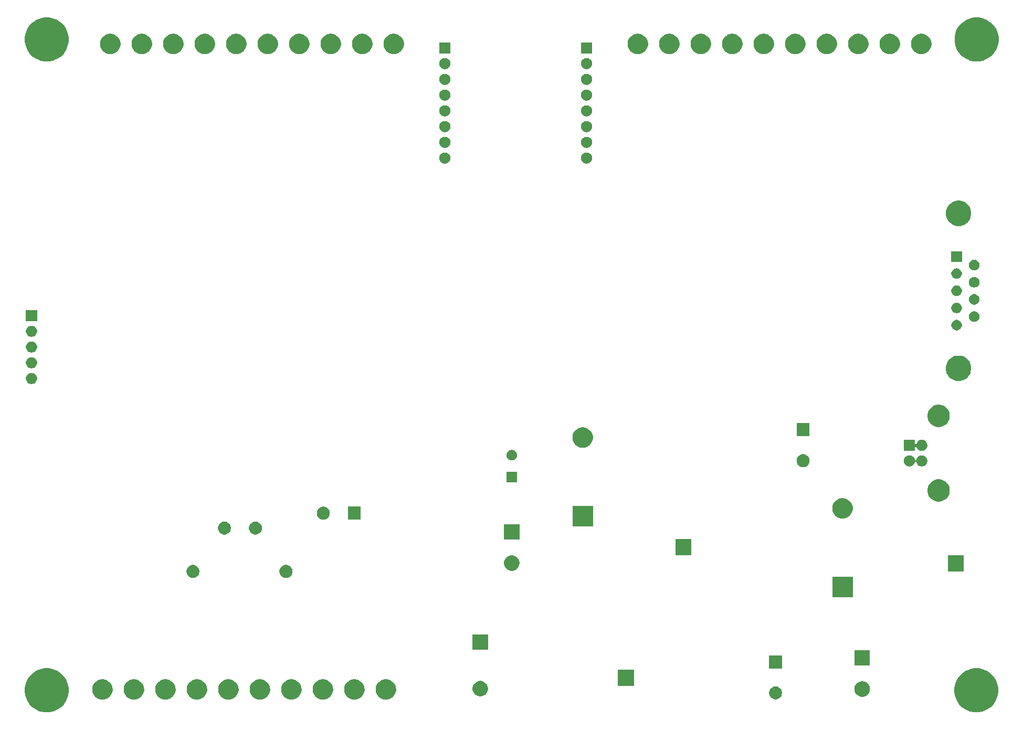
<source format=gbr>
G04 #@! TF.GenerationSoftware,KiCad,Pcbnew,(5.1.5)-3*
G04 #@! TF.CreationDate,2020-07-01T12:55:52+02:00*
G04 #@! TF.ProjectId,ControlUnit_v5.0,436f6e74-726f-46c5-956e-69745f76352e,5.0*
G04 #@! TF.SameCoordinates,Original*
G04 #@! TF.FileFunction,Soldermask,Bot*
G04 #@! TF.FilePolarity,Negative*
%FSLAX46Y46*%
G04 Gerber Fmt 4.6, Leading zero omitted, Abs format (unit mm)*
G04 Created by KiCad (PCBNEW (5.1.5)-3) date 2020-07-01 12:55:52*
%MOMM*%
%LPD*%
G04 APERTURE LIST*
%ADD10C,0.100000*%
G04 APERTURE END LIST*
D10*
G36*
X235985787Y-146585162D02*
G01*
X236175068Y-146663565D01*
X236632029Y-146852844D01*
X237213631Y-147241458D01*
X237708242Y-147736069D01*
X238096856Y-148317671D01*
X238243366Y-148671377D01*
X238364538Y-148963913D01*
X238501000Y-149649956D01*
X238501000Y-150349444D01*
X238364538Y-151035487D01*
X238286135Y-151224768D01*
X238096856Y-151681729D01*
X237708242Y-152263331D01*
X237213631Y-152757942D01*
X236632029Y-153146556D01*
X236175068Y-153335835D01*
X235985787Y-153414238D01*
X235299744Y-153550700D01*
X234600256Y-153550700D01*
X233914213Y-153414238D01*
X233724932Y-153335835D01*
X233267971Y-153146556D01*
X232686369Y-152757942D01*
X232191758Y-152263331D01*
X231803144Y-151681729D01*
X231613865Y-151224768D01*
X231535462Y-151035487D01*
X231399000Y-150349444D01*
X231399000Y-149649956D01*
X231535462Y-148963913D01*
X231656634Y-148671377D01*
X231803144Y-148317671D01*
X232191758Y-147736069D01*
X232686369Y-147241458D01*
X233267971Y-146852844D01*
X233724932Y-146663565D01*
X233914213Y-146585162D01*
X234600256Y-146448700D01*
X235299744Y-146448700D01*
X235985787Y-146585162D01*
G37*
G36*
X86035617Y-146585162D02*
G01*
X86224898Y-146663565D01*
X86681859Y-146852844D01*
X87263461Y-147241458D01*
X87758072Y-147736069D01*
X88146686Y-148317671D01*
X88293196Y-148671377D01*
X88414368Y-148963913D01*
X88550830Y-149649956D01*
X88550830Y-150349444D01*
X88414368Y-151035487D01*
X88335965Y-151224768D01*
X88146686Y-151681729D01*
X87758072Y-152263331D01*
X87263461Y-152757942D01*
X86681859Y-153146556D01*
X86224898Y-153335835D01*
X86035617Y-153414238D01*
X85349574Y-153550700D01*
X84650086Y-153550700D01*
X83964043Y-153414238D01*
X83774762Y-153335835D01*
X83317801Y-153146556D01*
X82736199Y-152757942D01*
X82241588Y-152263331D01*
X81852974Y-151681729D01*
X81663695Y-151224768D01*
X81585292Y-151035487D01*
X81448830Y-150349444D01*
X81448830Y-149649956D01*
X81585292Y-148963913D01*
X81706464Y-148671377D01*
X81852974Y-148317671D01*
X82241588Y-147736069D01*
X82736199Y-147241458D01*
X83317801Y-146852844D01*
X83774762Y-146663565D01*
X83964043Y-146585162D01*
X84650086Y-146448700D01*
X85349574Y-146448700D01*
X86035617Y-146585162D01*
G37*
G36*
X124835256Y-148251298D02*
G01*
X124941579Y-148272447D01*
X125242042Y-148396903D01*
X125512451Y-148577585D01*
X125742415Y-148807549D01*
X125923097Y-149077958D01*
X126047553Y-149378421D01*
X126054848Y-149415097D01*
X126102924Y-149656787D01*
X126111000Y-149697391D01*
X126111000Y-150022609D01*
X126047553Y-150341579D01*
X125923097Y-150642042D01*
X125742415Y-150912451D01*
X125512451Y-151142415D01*
X125242042Y-151323097D01*
X124941579Y-151447553D01*
X124835256Y-151468702D01*
X124622611Y-151511000D01*
X124297389Y-151511000D01*
X124084744Y-151468702D01*
X123978421Y-151447553D01*
X123677958Y-151323097D01*
X123407549Y-151142415D01*
X123177585Y-150912451D01*
X122996903Y-150642042D01*
X122872447Y-150341579D01*
X122809000Y-150022609D01*
X122809000Y-149697391D01*
X122817077Y-149656787D01*
X122865152Y-149415097D01*
X122872447Y-149378421D01*
X122996903Y-149077958D01*
X123177585Y-148807549D01*
X123407549Y-148577585D01*
X123677958Y-148396903D01*
X123978421Y-148272447D01*
X124084744Y-148251298D01*
X124297389Y-148209000D01*
X124622611Y-148209000D01*
X124835256Y-148251298D01*
G37*
G36*
X129915256Y-148251298D02*
G01*
X130021579Y-148272447D01*
X130322042Y-148396903D01*
X130592451Y-148577585D01*
X130822415Y-148807549D01*
X131003097Y-149077958D01*
X131127553Y-149378421D01*
X131134848Y-149415097D01*
X131182924Y-149656787D01*
X131191000Y-149697391D01*
X131191000Y-150022609D01*
X131127553Y-150341579D01*
X131003097Y-150642042D01*
X130822415Y-150912451D01*
X130592451Y-151142415D01*
X130322042Y-151323097D01*
X130021579Y-151447553D01*
X129915256Y-151468702D01*
X129702611Y-151511000D01*
X129377389Y-151511000D01*
X129164744Y-151468702D01*
X129058421Y-151447553D01*
X128757958Y-151323097D01*
X128487549Y-151142415D01*
X128257585Y-150912451D01*
X128076903Y-150642042D01*
X127952447Y-150341579D01*
X127889000Y-150022609D01*
X127889000Y-149697391D01*
X127897077Y-149656787D01*
X127945152Y-149415097D01*
X127952447Y-149378421D01*
X128076903Y-149077958D01*
X128257585Y-148807549D01*
X128487549Y-148577585D01*
X128757958Y-148396903D01*
X129058421Y-148272447D01*
X129164744Y-148251298D01*
X129377389Y-148209000D01*
X129702611Y-148209000D01*
X129915256Y-148251298D01*
G37*
G36*
X114675256Y-148251298D02*
G01*
X114781579Y-148272447D01*
X115082042Y-148396903D01*
X115352451Y-148577585D01*
X115582415Y-148807549D01*
X115763097Y-149077958D01*
X115887553Y-149378421D01*
X115894848Y-149415097D01*
X115942924Y-149656787D01*
X115951000Y-149697391D01*
X115951000Y-150022609D01*
X115887553Y-150341579D01*
X115763097Y-150642042D01*
X115582415Y-150912451D01*
X115352451Y-151142415D01*
X115082042Y-151323097D01*
X114781579Y-151447553D01*
X114675256Y-151468702D01*
X114462611Y-151511000D01*
X114137389Y-151511000D01*
X113924744Y-151468702D01*
X113818421Y-151447553D01*
X113517958Y-151323097D01*
X113247549Y-151142415D01*
X113017585Y-150912451D01*
X112836903Y-150642042D01*
X112712447Y-150341579D01*
X112649000Y-150022609D01*
X112649000Y-149697391D01*
X112657077Y-149656787D01*
X112705152Y-149415097D01*
X112712447Y-149378421D01*
X112836903Y-149077958D01*
X113017585Y-148807549D01*
X113247549Y-148577585D01*
X113517958Y-148396903D01*
X113818421Y-148272447D01*
X113924744Y-148251298D01*
X114137389Y-148209000D01*
X114462611Y-148209000D01*
X114675256Y-148251298D01*
G37*
G36*
X109595256Y-148251298D02*
G01*
X109701579Y-148272447D01*
X110002042Y-148396903D01*
X110272451Y-148577585D01*
X110502415Y-148807549D01*
X110683097Y-149077958D01*
X110807553Y-149378421D01*
X110814848Y-149415097D01*
X110862924Y-149656787D01*
X110871000Y-149697391D01*
X110871000Y-150022609D01*
X110807553Y-150341579D01*
X110683097Y-150642042D01*
X110502415Y-150912451D01*
X110272451Y-151142415D01*
X110002042Y-151323097D01*
X109701579Y-151447553D01*
X109595256Y-151468702D01*
X109382611Y-151511000D01*
X109057389Y-151511000D01*
X108844744Y-151468702D01*
X108738421Y-151447553D01*
X108437958Y-151323097D01*
X108167549Y-151142415D01*
X107937585Y-150912451D01*
X107756903Y-150642042D01*
X107632447Y-150341579D01*
X107569000Y-150022609D01*
X107569000Y-149697391D01*
X107577077Y-149656787D01*
X107625152Y-149415097D01*
X107632447Y-149378421D01*
X107756903Y-149077958D01*
X107937585Y-148807549D01*
X108167549Y-148577585D01*
X108437958Y-148396903D01*
X108738421Y-148272447D01*
X108844744Y-148251298D01*
X109057389Y-148209000D01*
X109382611Y-148209000D01*
X109595256Y-148251298D01*
G37*
G36*
X119755256Y-148251298D02*
G01*
X119861579Y-148272447D01*
X120162042Y-148396903D01*
X120432451Y-148577585D01*
X120662415Y-148807549D01*
X120843097Y-149077958D01*
X120967553Y-149378421D01*
X120974848Y-149415097D01*
X121022924Y-149656787D01*
X121031000Y-149697391D01*
X121031000Y-150022609D01*
X120967553Y-150341579D01*
X120843097Y-150642042D01*
X120662415Y-150912451D01*
X120432451Y-151142415D01*
X120162042Y-151323097D01*
X119861579Y-151447553D01*
X119755256Y-151468702D01*
X119542611Y-151511000D01*
X119217389Y-151511000D01*
X119004744Y-151468702D01*
X118898421Y-151447553D01*
X118597958Y-151323097D01*
X118327549Y-151142415D01*
X118097585Y-150912451D01*
X117916903Y-150642042D01*
X117792447Y-150341579D01*
X117729000Y-150022609D01*
X117729000Y-149697391D01*
X117737077Y-149656787D01*
X117785152Y-149415097D01*
X117792447Y-149378421D01*
X117916903Y-149077958D01*
X118097585Y-148807549D01*
X118327549Y-148577585D01*
X118597958Y-148396903D01*
X118898421Y-148272447D01*
X119004744Y-148251298D01*
X119217389Y-148209000D01*
X119542611Y-148209000D01*
X119755256Y-148251298D01*
G37*
G36*
X134995256Y-148251298D02*
G01*
X135101579Y-148272447D01*
X135402042Y-148396903D01*
X135672451Y-148577585D01*
X135902415Y-148807549D01*
X136083097Y-149077958D01*
X136207553Y-149378421D01*
X136214848Y-149415097D01*
X136262924Y-149656787D01*
X136271000Y-149697391D01*
X136271000Y-150022609D01*
X136207553Y-150341579D01*
X136083097Y-150642042D01*
X135902415Y-150912451D01*
X135672451Y-151142415D01*
X135402042Y-151323097D01*
X135101579Y-151447553D01*
X134995256Y-151468702D01*
X134782611Y-151511000D01*
X134457389Y-151511000D01*
X134244744Y-151468702D01*
X134138421Y-151447553D01*
X133837958Y-151323097D01*
X133567549Y-151142415D01*
X133337585Y-150912451D01*
X133156903Y-150642042D01*
X133032447Y-150341579D01*
X132969000Y-150022609D01*
X132969000Y-149697391D01*
X132977077Y-149656787D01*
X133025152Y-149415097D01*
X133032447Y-149378421D01*
X133156903Y-149077958D01*
X133337585Y-148807549D01*
X133567549Y-148577585D01*
X133837958Y-148396903D01*
X134138421Y-148272447D01*
X134244744Y-148251298D01*
X134457389Y-148209000D01*
X134782611Y-148209000D01*
X134995256Y-148251298D01*
G37*
G36*
X94355256Y-148251298D02*
G01*
X94461579Y-148272447D01*
X94762042Y-148396903D01*
X95032451Y-148577585D01*
X95262415Y-148807549D01*
X95443097Y-149077958D01*
X95567553Y-149378421D01*
X95574848Y-149415097D01*
X95622924Y-149656787D01*
X95631000Y-149697391D01*
X95631000Y-150022609D01*
X95567553Y-150341579D01*
X95443097Y-150642042D01*
X95262415Y-150912451D01*
X95032451Y-151142415D01*
X94762042Y-151323097D01*
X94461579Y-151447553D01*
X94355256Y-151468702D01*
X94142611Y-151511000D01*
X93817389Y-151511000D01*
X93604744Y-151468702D01*
X93498421Y-151447553D01*
X93197958Y-151323097D01*
X92927549Y-151142415D01*
X92697585Y-150912451D01*
X92516903Y-150642042D01*
X92392447Y-150341579D01*
X92329000Y-150022609D01*
X92329000Y-149697391D01*
X92337077Y-149656787D01*
X92385152Y-149415097D01*
X92392447Y-149378421D01*
X92516903Y-149077958D01*
X92697585Y-148807549D01*
X92927549Y-148577585D01*
X93197958Y-148396903D01*
X93498421Y-148272447D01*
X93604744Y-148251298D01*
X93817389Y-148209000D01*
X94142611Y-148209000D01*
X94355256Y-148251298D01*
G37*
G36*
X140075256Y-148251298D02*
G01*
X140181579Y-148272447D01*
X140482042Y-148396903D01*
X140752451Y-148577585D01*
X140982415Y-148807549D01*
X141163097Y-149077958D01*
X141287553Y-149378421D01*
X141294848Y-149415097D01*
X141342924Y-149656787D01*
X141351000Y-149697391D01*
X141351000Y-150022609D01*
X141287553Y-150341579D01*
X141163097Y-150642042D01*
X140982415Y-150912451D01*
X140752451Y-151142415D01*
X140482042Y-151323097D01*
X140181579Y-151447553D01*
X140075256Y-151468702D01*
X139862611Y-151511000D01*
X139537389Y-151511000D01*
X139324744Y-151468702D01*
X139218421Y-151447553D01*
X138917958Y-151323097D01*
X138647549Y-151142415D01*
X138417585Y-150912451D01*
X138236903Y-150642042D01*
X138112447Y-150341579D01*
X138049000Y-150022609D01*
X138049000Y-149697391D01*
X138057077Y-149656787D01*
X138105152Y-149415097D01*
X138112447Y-149378421D01*
X138236903Y-149077958D01*
X138417585Y-148807549D01*
X138647549Y-148577585D01*
X138917958Y-148396903D01*
X139218421Y-148272447D01*
X139324744Y-148251298D01*
X139537389Y-148209000D01*
X139862611Y-148209000D01*
X140075256Y-148251298D01*
G37*
G36*
X104515256Y-148251298D02*
G01*
X104621579Y-148272447D01*
X104922042Y-148396903D01*
X105192451Y-148577585D01*
X105422415Y-148807549D01*
X105603097Y-149077958D01*
X105727553Y-149378421D01*
X105734848Y-149415097D01*
X105782924Y-149656787D01*
X105791000Y-149697391D01*
X105791000Y-150022609D01*
X105727553Y-150341579D01*
X105603097Y-150642042D01*
X105422415Y-150912451D01*
X105192451Y-151142415D01*
X104922042Y-151323097D01*
X104621579Y-151447553D01*
X104515256Y-151468702D01*
X104302611Y-151511000D01*
X103977389Y-151511000D01*
X103764744Y-151468702D01*
X103658421Y-151447553D01*
X103357958Y-151323097D01*
X103087549Y-151142415D01*
X102857585Y-150912451D01*
X102676903Y-150642042D01*
X102552447Y-150341579D01*
X102489000Y-150022609D01*
X102489000Y-149697391D01*
X102497077Y-149656787D01*
X102545152Y-149415097D01*
X102552447Y-149378421D01*
X102676903Y-149077958D01*
X102857585Y-148807549D01*
X103087549Y-148577585D01*
X103357958Y-148396903D01*
X103658421Y-148272447D01*
X103764744Y-148251298D01*
X103977389Y-148209000D01*
X104302611Y-148209000D01*
X104515256Y-148251298D01*
G37*
G36*
X99435256Y-148251298D02*
G01*
X99541579Y-148272447D01*
X99842042Y-148396903D01*
X100112451Y-148577585D01*
X100342415Y-148807549D01*
X100523097Y-149077958D01*
X100647553Y-149378421D01*
X100654848Y-149415097D01*
X100702924Y-149656787D01*
X100711000Y-149697391D01*
X100711000Y-150022609D01*
X100647553Y-150341579D01*
X100523097Y-150642042D01*
X100342415Y-150912451D01*
X100112451Y-151142415D01*
X99842042Y-151323097D01*
X99541579Y-151447553D01*
X99435256Y-151468702D01*
X99222611Y-151511000D01*
X98897389Y-151511000D01*
X98684744Y-151468702D01*
X98578421Y-151447553D01*
X98277958Y-151323097D01*
X98007549Y-151142415D01*
X97777585Y-150912451D01*
X97596903Y-150642042D01*
X97472447Y-150341579D01*
X97409000Y-150022609D01*
X97409000Y-149697391D01*
X97417077Y-149656787D01*
X97465152Y-149415097D01*
X97472447Y-149378421D01*
X97596903Y-149077958D01*
X97777585Y-148807549D01*
X98007549Y-148577585D01*
X98277958Y-148396903D01*
X98578421Y-148272447D01*
X98684744Y-148251298D01*
X98897389Y-148209000D01*
X99222611Y-148209000D01*
X99435256Y-148251298D01*
G37*
G36*
X202871564Y-149404389D02*
G01*
X203062833Y-149483615D01*
X203062835Y-149483616D01*
X203234973Y-149598635D01*
X203381365Y-149745027D01*
X203487062Y-149903213D01*
X203496385Y-149917167D01*
X203575611Y-150108436D01*
X203616000Y-150311484D01*
X203616000Y-150518516D01*
X203575611Y-150721564D01*
X203506413Y-150888622D01*
X203496384Y-150912835D01*
X203381365Y-151084973D01*
X203234973Y-151231365D01*
X203062835Y-151346384D01*
X203062834Y-151346385D01*
X203062833Y-151346385D01*
X202871564Y-151425611D01*
X202668516Y-151466000D01*
X202461484Y-151466000D01*
X202258436Y-151425611D01*
X202067167Y-151346385D01*
X202067166Y-151346385D01*
X202067165Y-151346384D01*
X201895027Y-151231365D01*
X201748635Y-151084973D01*
X201633616Y-150912835D01*
X201623587Y-150888622D01*
X201554389Y-150721564D01*
X201514000Y-150518516D01*
X201514000Y-150311484D01*
X201554389Y-150108436D01*
X201633615Y-149917167D01*
X201642939Y-149903213D01*
X201748635Y-149745027D01*
X201895027Y-149598635D01*
X202067165Y-149483616D01*
X202067167Y-149483615D01*
X202258436Y-149404389D01*
X202461484Y-149364000D01*
X202668516Y-149364000D01*
X202871564Y-149404389D01*
G37*
G36*
X216899903Y-148577075D02*
G01*
X217031003Y-148631378D01*
X217127571Y-148671378D01*
X217332466Y-148808285D01*
X217506715Y-148982534D01*
X217616896Y-149147431D01*
X217643623Y-149187431D01*
X217737925Y-149415097D01*
X217786000Y-149656786D01*
X217786000Y-149903214D01*
X217737925Y-150144903D01*
X217653202Y-150349444D01*
X217643622Y-150372571D01*
X217506715Y-150577466D01*
X217332466Y-150751715D01*
X217127571Y-150888622D01*
X217127570Y-150888623D01*
X217127569Y-150888623D01*
X216899903Y-150982925D01*
X216658214Y-151031000D01*
X216411786Y-151031000D01*
X216170097Y-150982925D01*
X215942431Y-150888623D01*
X215942430Y-150888623D01*
X215942429Y-150888622D01*
X215737534Y-150751715D01*
X215563285Y-150577466D01*
X215426378Y-150372571D01*
X215416799Y-150349444D01*
X215332075Y-150144903D01*
X215284000Y-149903214D01*
X215284000Y-149656786D01*
X215332075Y-149415097D01*
X215426377Y-149187431D01*
X215453104Y-149147431D01*
X215563285Y-148982534D01*
X215737534Y-148808285D01*
X215942429Y-148671378D01*
X216038998Y-148631378D01*
X216170097Y-148577075D01*
X216411786Y-148529000D01*
X216658214Y-148529000D01*
X216899903Y-148577075D01*
G37*
G36*
X155264307Y-148529000D02*
G01*
X155304903Y-148537075D01*
X155532571Y-148631378D01*
X155737466Y-148768285D01*
X155911715Y-148942534D01*
X156002204Y-149077960D01*
X156048623Y-149147431D01*
X156142925Y-149375097D01*
X156191000Y-149616786D01*
X156191000Y-149863214D01*
X156142925Y-150104903D01*
X156126357Y-150144903D01*
X156048622Y-150332571D01*
X155911715Y-150537466D01*
X155737466Y-150711715D01*
X155532571Y-150848622D01*
X155532570Y-150848623D01*
X155532569Y-150848623D01*
X155304903Y-150942925D01*
X155063214Y-150991000D01*
X154816786Y-150991000D01*
X154575097Y-150942925D01*
X154347431Y-150848623D01*
X154347430Y-150848623D01*
X154347429Y-150848622D01*
X154142534Y-150711715D01*
X153968285Y-150537466D01*
X153831378Y-150332571D01*
X153753644Y-150144903D01*
X153737075Y-150104903D01*
X153689000Y-149863214D01*
X153689000Y-149616786D01*
X153737075Y-149375097D01*
X153831377Y-149147431D01*
X153877796Y-149077960D01*
X153968285Y-148942534D01*
X154142534Y-148768285D01*
X154347429Y-148631378D01*
X154575097Y-148537075D01*
X154615693Y-148529000D01*
X154816786Y-148489000D01*
X155063214Y-148489000D01*
X155264307Y-148529000D01*
G37*
G36*
X179736000Y-149256000D02*
G01*
X177134000Y-149256000D01*
X177134000Y-146654000D01*
X179736000Y-146654000D01*
X179736000Y-149256000D01*
G37*
G36*
X203616000Y-146466000D02*
G01*
X201514000Y-146466000D01*
X201514000Y-144364000D01*
X203616000Y-144364000D01*
X203616000Y-146466000D01*
G37*
G36*
X217786000Y-146031000D02*
G01*
X215284000Y-146031000D01*
X215284000Y-143529000D01*
X217786000Y-143529000D01*
X217786000Y-146031000D01*
G37*
G36*
X156191000Y-143491000D02*
G01*
X153689000Y-143491000D01*
X153689000Y-140989000D01*
X156191000Y-140989000D01*
X156191000Y-143491000D01*
G37*
G36*
X215011000Y-135001000D02*
G01*
X211709000Y-135001000D01*
X211709000Y-131699000D01*
X215011000Y-131699000D01*
X215011000Y-135001000D01*
G37*
G36*
X108891564Y-129799389D02*
G01*
X109082833Y-129878615D01*
X109082835Y-129878616D01*
X109254973Y-129993635D01*
X109401365Y-130140027D01*
X109516385Y-130312167D01*
X109595611Y-130503436D01*
X109636000Y-130706484D01*
X109636000Y-130913516D01*
X109595611Y-131116564D01*
X109516385Y-131307833D01*
X109516384Y-131307835D01*
X109401365Y-131479973D01*
X109254973Y-131626365D01*
X109082835Y-131741384D01*
X109082834Y-131741385D01*
X109082833Y-131741385D01*
X108891564Y-131820611D01*
X108688516Y-131861000D01*
X108481484Y-131861000D01*
X108278436Y-131820611D01*
X108087167Y-131741385D01*
X108087166Y-131741385D01*
X108087165Y-131741384D01*
X107915027Y-131626365D01*
X107768635Y-131479973D01*
X107653616Y-131307835D01*
X107653615Y-131307833D01*
X107574389Y-131116564D01*
X107534000Y-130913516D01*
X107534000Y-130706484D01*
X107574389Y-130503436D01*
X107653615Y-130312167D01*
X107768635Y-130140027D01*
X107915027Y-129993635D01*
X108087165Y-129878616D01*
X108087167Y-129878615D01*
X108278436Y-129799389D01*
X108481484Y-129759000D01*
X108688516Y-129759000D01*
X108891564Y-129799389D01*
G37*
G36*
X123891564Y-129799389D02*
G01*
X124082833Y-129878615D01*
X124082835Y-129878616D01*
X124254973Y-129993635D01*
X124401365Y-130140027D01*
X124516385Y-130312167D01*
X124595611Y-130503436D01*
X124636000Y-130706484D01*
X124636000Y-130913516D01*
X124595611Y-131116564D01*
X124516385Y-131307833D01*
X124516384Y-131307835D01*
X124401365Y-131479973D01*
X124254973Y-131626365D01*
X124082835Y-131741384D01*
X124082834Y-131741385D01*
X124082833Y-131741385D01*
X123891564Y-131820611D01*
X123688516Y-131861000D01*
X123481484Y-131861000D01*
X123278436Y-131820611D01*
X123087167Y-131741385D01*
X123087166Y-131741385D01*
X123087165Y-131741384D01*
X122915027Y-131626365D01*
X122768635Y-131479973D01*
X122653616Y-131307835D01*
X122653615Y-131307833D01*
X122574389Y-131116564D01*
X122534000Y-130913516D01*
X122534000Y-130706484D01*
X122574389Y-130503436D01*
X122653615Y-130312167D01*
X122768635Y-130140027D01*
X122915027Y-129993635D01*
X123087165Y-129878616D01*
X123087167Y-129878615D01*
X123278436Y-129799389D01*
X123481484Y-129759000D01*
X123688516Y-129759000D01*
X123891564Y-129799389D01*
G37*
G36*
X232949000Y-130841000D02*
G01*
X230347000Y-130841000D01*
X230347000Y-128239000D01*
X232949000Y-128239000D01*
X232949000Y-130841000D01*
G37*
G36*
X160294034Y-128239000D02*
G01*
X160384903Y-128257075D01*
X160612571Y-128351378D01*
X160817466Y-128488285D01*
X160991715Y-128662534D01*
X161128622Y-128867429D01*
X161222925Y-129095097D01*
X161271000Y-129336787D01*
X161271000Y-129583213D01*
X161222925Y-129824903D01*
X161128622Y-130052571D01*
X160991715Y-130257466D01*
X160817466Y-130431715D01*
X160612571Y-130568622D01*
X160612570Y-130568623D01*
X160612569Y-130568623D01*
X160384903Y-130662925D01*
X160143214Y-130711000D01*
X159896786Y-130711000D01*
X159655097Y-130662925D01*
X159427431Y-130568623D01*
X159427430Y-130568623D01*
X159427429Y-130568622D01*
X159222534Y-130431715D01*
X159048285Y-130257466D01*
X158911378Y-130052571D01*
X158817075Y-129824903D01*
X158769000Y-129583213D01*
X158769000Y-129336787D01*
X158817075Y-129095097D01*
X158911378Y-128867429D01*
X159048285Y-128662534D01*
X159222534Y-128488285D01*
X159427429Y-128351378D01*
X159655097Y-128257075D01*
X159745966Y-128239000D01*
X159896786Y-128209000D01*
X160143214Y-128209000D01*
X160294034Y-128239000D01*
G37*
G36*
X189007000Y-128174000D02*
G01*
X186405000Y-128174000D01*
X186405000Y-125572000D01*
X189007000Y-125572000D01*
X189007000Y-128174000D01*
G37*
G36*
X161271000Y-125711000D02*
G01*
X158769000Y-125711000D01*
X158769000Y-123209000D01*
X161271000Y-123209000D01*
X161271000Y-125711000D01*
G37*
G36*
X118971564Y-122814389D02*
G01*
X119162833Y-122893615D01*
X119162835Y-122893616D01*
X119334973Y-123008635D01*
X119481365Y-123155027D01*
X119596385Y-123327167D01*
X119675611Y-123518436D01*
X119716000Y-123721484D01*
X119716000Y-123928516D01*
X119675611Y-124131564D01*
X119596385Y-124322833D01*
X119596384Y-124322835D01*
X119481365Y-124494973D01*
X119334973Y-124641365D01*
X119162835Y-124756384D01*
X119162834Y-124756385D01*
X119162833Y-124756385D01*
X118971564Y-124835611D01*
X118768516Y-124876000D01*
X118561484Y-124876000D01*
X118358436Y-124835611D01*
X118167167Y-124756385D01*
X118167166Y-124756385D01*
X118167165Y-124756384D01*
X117995027Y-124641365D01*
X117848635Y-124494973D01*
X117733616Y-124322835D01*
X117733615Y-124322833D01*
X117654389Y-124131564D01*
X117614000Y-123928516D01*
X117614000Y-123721484D01*
X117654389Y-123518436D01*
X117733615Y-123327167D01*
X117848635Y-123155027D01*
X117995027Y-123008635D01*
X118167165Y-122893616D01*
X118167167Y-122893615D01*
X118358436Y-122814389D01*
X118561484Y-122774000D01*
X118768516Y-122774000D01*
X118971564Y-122814389D01*
G37*
G36*
X113971564Y-122814389D02*
G01*
X114162833Y-122893615D01*
X114162835Y-122893616D01*
X114334973Y-123008635D01*
X114481365Y-123155027D01*
X114596385Y-123327167D01*
X114675611Y-123518436D01*
X114716000Y-123721484D01*
X114716000Y-123928516D01*
X114675611Y-124131564D01*
X114596385Y-124322833D01*
X114596384Y-124322835D01*
X114481365Y-124494973D01*
X114334973Y-124641365D01*
X114162835Y-124756384D01*
X114162834Y-124756385D01*
X114162833Y-124756385D01*
X113971564Y-124835611D01*
X113768516Y-124876000D01*
X113561484Y-124876000D01*
X113358436Y-124835611D01*
X113167167Y-124756385D01*
X113167166Y-124756385D01*
X113167165Y-124756384D01*
X112995027Y-124641365D01*
X112848635Y-124494973D01*
X112733616Y-124322835D01*
X112733615Y-124322833D01*
X112654389Y-124131564D01*
X112614000Y-123928516D01*
X112614000Y-123721484D01*
X112654389Y-123518436D01*
X112733615Y-123327167D01*
X112848635Y-123155027D01*
X112995027Y-123008635D01*
X113167165Y-122893616D01*
X113167167Y-122893615D01*
X113358436Y-122814389D01*
X113561484Y-122774000D01*
X113768516Y-122774000D01*
X113971564Y-122814389D01*
G37*
G36*
X173101000Y-123571000D02*
G01*
X169799000Y-123571000D01*
X169799000Y-120269000D01*
X173101000Y-120269000D01*
X173101000Y-123571000D01*
G37*
G36*
X129926564Y-120401389D02*
G01*
X130117833Y-120480615D01*
X130117835Y-120480616D01*
X130127974Y-120487391D01*
X130289973Y-120595635D01*
X130436365Y-120742027D01*
X130551385Y-120914167D01*
X130630611Y-121105436D01*
X130671000Y-121308484D01*
X130671000Y-121515516D01*
X130630611Y-121718564D01*
X130551385Y-121909833D01*
X130551384Y-121909835D01*
X130436365Y-122081973D01*
X130289973Y-122228365D01*
X130117835Y-122343384D01*
X130117834Y-122343385D01*
X130117833Y-122343385D01*
X129926564Y-122422611D01*
X129723516Y-122463000D01*
X129516484Y-122463000D01*
X129313436Y-122422611D01*
X129122167Y-122343385D01*
X129122166Y-122343385D01*
X129122165Y-122343384D01*
X128950027Y-122228365D01*
X128803635Y-122081973D01*
X128688616Y-121909835D01*
X128688615Y-121909833D01*
X128609389Y-121718564D01*
X128569000Y-121515516D01*
X128569000Y-121308484D01*
X128609389Y-121105436D01*
X128688615Y-120914167D01*
X128803635Y-120742027D01*
X128950027Y-120595635D01*
X129112026Y-120487391D01*
X129122165Y-120480616D01*
X129122167Y-120480615D01*
X129313436Y-120401389D01*
X129516484Y-120361000D01*
X129723516Y-120361000D01*
X129926564Y-120401389D01*
G37*
G36*
X135671000Y-122463000D02*
G01*
X133569000Y-122463000D01*
X133569000Y-120361000D01*
X135671000Y-120361000D01*
X135671000Y-122463000D01*
G37*
G36*
X213735256Y-119041298D02*
G01*
X213841579Y-119062447D01*
X214054037Y-119150450D01*
X214074505Y-119158928D01*
X214142042Y-119186903D01*
X214412451Y-119367585D01*
X214642415Y-119597549D01*
X214642416Y-119597551D01*
X214823098Y-119867960D01*
X214947553Y-120168422D01*
X215009653Y-120480616D01*
X215011000Y-120487391D01*
X215011000Y-120812609D01*
X214947553Y-121131579D01*
X214823097Y-121432042D01*
X214642415Y-121702451D01*
X214412451Y-121932415D01*
X214142042Y-122113097D01*
X213841579Y-122237553D01*
X213735256Y-122258702D01*
X213522611Y-122301000D01*
X213197389Y-122301000D01*
X212984744Y-122258702D01*
X212878421Y-122237553D01*
X212577958Y-122113097D01*
X212307549Y-121932415D01*
X212077585Y-121702451D01*
X211896903Y-121432042D01*
X211772447Y-121131579D01*
X211709000Y-120812609D01*
X211709000Y-120487391D01*
X211710348Y-120480616D01*
X211772447Y-120168422D01*
X211896902Y-119867960D01*
X212077584Y-119597551D01*
X212077585Y-119597549D01*
X212307549Y-119367585D01*
X212577958Y-119186903D01*
X212645496Y-119158928D01*
X212665963Y-119150450D01*
X212878421Y-119062447D01*
X212984744Y-119041298D01*
X213197389Y-118999000D01*
X213522611Y-118999000D01*
X213735256Y-119041298D01*
G37*
G36*
X229390331Y-116028211D02*
G01*
X229718092Y-116163974D01*
X230013070Y-116361072D01*
X230263928Y-116611930D01*
X230461026Y-116906908D01*
X230596789Y-117234669D01*
X230666000Y-117582616D01*
X230666000Y-117937384D01*
X230596789Y-118285331D01*
X230461026Y-118613092D01*
X230263928Y-118908070D01*
X230013070Y-119158928D01*
X229718092Y-119356026D01*
X229390331Y-119491789D01*
X229042384Y-119561000D01*
X228687616Y-119561000D01*
X228339669Y-119491789D01*
X228011908Y-119356026D01*
X227716930Y-119158928D01*
X227466072Y-118908070D01*
X227268974Y-118613092D01*
X227133211Y-118285331D01*
X227064000Y-117937384D01*
X227064000Y-117582616D01*
X227133211Y-117234669D01*
X227268974Y-116906908D01*
X227466072Y-116611930D01*
X227716930Y-116361072D01*
X228011908Y-116163974D01*
X228339669Y-116028211D01*
X228687616Y-115959000D01*
X229042384Y-115959000D01*
X229390331Y-116028211D01*
G37*
G36*
X160871000Y-116421000D02*
G01*
X159169000Y-116421000D01*
X159169000Y-114719000D01*
X160871000Y-114719000D01*
X160871000Y-116421000D01*
G37*
G36*
X207316564Y-111939389D02*
G01*
X207507833Y-112018615D01*
X207507835Y-112018616D01*
X207613172Y-112089000D01*
X207679973Y-112133635D01*
X207826365Y-112280027D01*
X207941385Y-112452167D01*
X208020611Y-112643436D01*
X208061000Y-112846484D01*
X208061000Y-113053516D01*
X208020611Y-113256564D01*
X207954246Y-113416784D01*
X207941384Y-113447835D01*
X207826365Y-113619973D01*
X207679973Y-113766365D01*
X207507835Y-113881384D01*
X207507834Y-113881385D01*
X207507833Y-113881385D01*
X207316564Y-113960611D01*
X207113516Y-114001000D01*
X206906484Y-114001000D01*
X206703436Y-113960611D01*
X206512167Y-113881385D01*
X206512166Y-113881385D01*
X206512165Y-113881384D01*
X206340027Y-113766365D01*
X206193635Y-113619973D01*
X206078616Y-113447835D01*
X206065754Y-113416784D01*
X205999389Y-113256564D01*
X205959000Y-113053516D01*
X205959000Y-112846484D01*
X205999389Y-112643436D01*
X206078615Y-112452167D01*
X206193635Y-112280027D01*
X206340027Y-112133635D01*
X206406828Y-112089000D01*
X206512165Y-112018616D01*
X206512167Y-112018615D01*
X206703436Y-111939389D01*
X206906484Y-111899000D01*
X207113516Y-111899000D01*
X207316564Y-111939389D01*
G37*
G36*
X224268512Y-112093927D02*
G01*
X224417812Y-112123624D01*
X224581784Y-112191544D01*
X224729354Y-112290147D01*
X224854853Y-112415646D01*
X224953456Y-112563216D01*
X225021376Y-112727188D01*
X225032405Y-112782638D01*
X225039516Y-112806078D01*
X225051067Y-112827689D01*
X225066613Y-112846631D01*
X225085555Y-112862176D01*
X225107165Y-112873727D01*
X225130614Y-112880840D01*
X225155000Y-112883242D01*
X225179387Y-112880840D01*
X225202835Y-112873727D01*
X225224446Y-112862176D01*
X225243388Y-112846630D01*
X225258933Y-112827688D01*
X225270484Y-112806078D01*
X225277595Y-112782638D01*
X225288624Y-112727188D01*
X225356544Y-112563216D01*
X225455147Y-112415646D01*
X225580646Y-112290147D01*
X225728216Y-112191544D01*
X225892188Y-112123624D01*
X226041488Y-112093927D01*
X226066258Y-112089000D01*
X226243742Y-112089000D01*
X226268512Y-112093927D01*
X226417812Y-112123624D01*
X226581784Y-112191544D01*
X226729354Y-112290147D01*
X226854853Y-112415646D01*
X226953456Y-112563216D01*
X227021376Y-112727188D01*
X227056000Y-112901259D01*
X227056000Y-113078741D01*
X227021376Y-113252812D01*
X226953456Y-113416784D01*
X226854853Y-113564354D01*
X226729354Y-113689853D01*
X226581784Y-113788456D01*
X226417812Y-113856376D01*
X226268512Y-113886073D01*
X226243742Y-113891000D01*
X226066258Y-113891000D01*
X226041488Y-113886073D01*
X225892188Y-113856376D01*
X225728216Y-113788456D01*
X225580646Y-113689853D01*
X225455147Y-113564354D01*
X225356544Y-113416784D01*
X225288624Y-113252812D01*
X225277595Y-113197362D01*
X225270484Y-113173922D01*
X225258933Y-113152311D01*
X225243387Y-113133369D01*
X225224445Y-113117824D01*
X225202835Y-113106273D01*
X225179386Y-113099160D01*
X225155000Y-113096758D01*
X225130613Y-113099160D01*
X225107165Y-113106273D01*
X225085554Y-113117824D01*
X225066612Y-113133370D01*
X225051067Y-113152312D01*
X225039516Y-113173922D01*
X225032405Y-113197362D01*
X225021376Y-113252812D01*
X224953456Y-113416784D01*
X224854853Y-113564354D01*
X224729354Y-113689853D01*
X224581784Y-113788456D01*
X224417812Y-113856376D01*
X224268512Y-113886073D01*
X224243742Y-113891000D01*
X224066258Y-113891000D01*
X224041488Y-113886073D01*
X223892188Y-113856376D01*
X223728216Y-113788456D01*
X223580646Y-113689853D01*
X223455147Y-113564354D01*
X223356544Y-113416784D01*
X223288624Y-113252812D01*
X223254000Y-113078741D01*
X223254000Y-112901259D01*
X223288624Y-112727188D01*
X223356544Y-112563216D01*
X223455147Y-112415646D01*
X223580646Y-112290147D01*
X223728216Y-112191544D01*
X223892188Y-112123624D01*
X224041488Y-112093927D01*
X224066258Y-112089000D01*
X224243742Y-112089000D01*
X224268512Y-112093927D01*
G37*
G36*
X160268228Y-111251703D02*
G01*
X160423100Y-111315853D01*
X160562481Y-111408985D01*
X160681015Y-111527519D01*
X160774147Y-111666900D01*
X160838297Y-111821772D01*
X160871000Y-111986184D01*
X160871000Y-112153816D01*
X160838297Y-112318228D01*
X160774147Y-112473100D01*
X160681015Y-112612481D01*
X160562481Y-112731015D01*
X160423100Y-112824147D01*
X160268228Y-112888297D01*
X160103816Y-112921000D01*
X159936184Y-112921000D01*
X159771772Y-112888297D01*
X159616900Y-112824147D01*
X159477519Y-112731015D01*
X159358985Y-112612481D01*
X159265853Y-112473100D01*
X159201703Y-112318228D01*
X159169000Y-112153816D01*
X159169000Y-111986184D01*
X159201703Y-111821772D01*
X159265853Y-111666900D01*
X159358985Y-111527519D01*
X159477519Y-111408985D01*
X159616900Y-111315853D01*
X159771772Y-111251703D01*
X159936184Y-111219000D01*
X160103816Y-111219000D01*
X160268228Y-111251703D01*
G37*
G36*
X225056000Y-110160383D02*
G01*
X225058402Y-110184769D01*
X225065515Y-110208218D01*
X225077066Y-110229829D01*
X225092611Y-110248771D01*
X225111553Y-110264316D01*
X225133164Y-110275867D01*
X225156613Y-110282980D01*
X225180999Y-110285382D01*
X225205385Y-110282980D01*
X225228834Y-110275867D01*
X225250445Y-110264316D01*
X225269387Y-110248771D01*
X225284932Y-110229829D01*
X225296477Y-110208229D01*
X225356544Y-110063216D01*
X225455147Y-109915646D01*
X225580646Y-109790147D01*
X225728216Y-109691544D01*
X225892188Y-109623624D01*
X226041488Y-109593927D01*
X226066258Y-109589000D01*
X226243742Y-109589000D01*
X226268512Y-109593927D01*
X226417812Y-109623624D01*
X226581784Y-109691544D01*
X226729354Y-109790147D01*
X226854853Y-109915646D01*
X226953456Y-110063216D01*
X227021376Y-110227188D01*
X227056000Y-110401259D01*
X227056000Y-110578741D01*
X227021376Y-110752812D01*
X226953456Y-110916784D01*
X226854853Y-111064354D01*
X226729354Y-111189853D01*
X226581784Y-111288456D01*
X226417812Y-111356376D01*
X226268512Y-111386073D01*
X226243742Y-111391000D01*
X226066258Y-111391000D01*
X226041488Y-111386073D01*
X225892188Y-111356376D01*
X225728216Y-111288456D01*
X225580646Y-111189853D01*
X225455147Y-111064354D01*
X225356544Y-110916784D01*
X225296477Y-110771771D01*
X225284932Y-110750171D01*
X225269387Y-110731229D01*
X225250445Y-110715684D01*
X225228834Y-110704133D01*
X225205385Y-110697020D01*
X225180999Y-110694618D01*
X225156613Y-110697020D01*
X225133164Y-110704133D01*
X225111553Y-110715684D01*
X225092611Y-110731229D01*
X225077066Y-110750171D01*
X225065515Y-110771782D01*
X225058402Y-110795231D01*
X225056000Y-110819617D01*
X225056000Y-111391000D01*
X223254000Y-111391000D01*
X223254000Y-109589000D01*
X225056000Y-109589000D01*
X225056000Y-110160383D01*
G37*
G36*
X171825256Y-107611298D02*
G01*
X171931579Y-107632447D01*
X172232042Y-107756903D01*
X172502451Y-107937585D01*
X172732415Y-108167549D01*
X172913097Y-108437958D01*
X173037553Y-108738421D01*
X173101000Y-109057391D01*
X173101000Y-109382609D01*
X173037553Y-109701579D01*
X172913097Y-110002042D01*
X172732415Y-110272451D01*
X172502451Y-110502415D01*
X172232042Y-110683097D01*
X171931579Y-110807553D01*
X171870929Y-110819617D01*
X171612611Y-110871000D01*
X171287389Y-110871000D01*
X171029071Y-110819617D01*
X170968421Y-110807553D01*
X170667958Y-110683097D01*
X170397549Y-110502415D01*
X170167585Y-110272451D01*
X169986903Y-110002042D01*
X169862447Y-109701579D01*
X169799000Y-109382609D01*
X169799000Y-109057391D01*
X169862447Y-108738421D01*
X169986903Y-108437958D01*
X170167585Y-108167549D01*
X170397549Y-107937585D01*
X170667958Y-107756903D01*
X170968421Y-107632447D01*
X171074744Y-107611298D01*
X171287389Y-107569000D01*
X171612611Y-107569000D01*
X171825256Y-107611298D01*
G37*
G36*
X208061000Y-109001000D02*
G01*
X205959000Y-109001000D01*
X205959000Y-106899000D01*
X208061000Y-106899000D01*
X208061000Y-109001000D01*
G37*
G36*
X229390331Y-103988211D02*
G01*
X229718092Y-104123974D01*
X230013070Y-104321072D01*
X230263928Y-104571930D01*
X230461026Y-104866908D01*
X230596789Y-105194669D01*
X230666000Y-105542616D01*
X230666000Y-105897384D01*
X230596789Y-106245331D01*
X230461026Y-106573092D01*
X230263928Y-106868070D01*
X230013070Y-107118928D01*
X229718092Y-107316026D01*
X229390331Y-107451789D01*
X229042384Y-107521000D01*
X228687616Y-107521000D01*
X228339669Y-107451789D01*
X228011908Y-107316026D01*
X227716930Y-107118928D01*
X227466072Y-106868070D01*
X227268974Y-106573092D01*
X227133211Y-106245331D01*
X227064000Y-105897384D01*
X227064000Y-105542616D01*
X227133211Y-105194669D01*
X227268974Y-104866908D01*
X227466072Y-104571930D01*
X227716930Y-104321072D01*
X228011908Y-104123974D01*
X228339669Y-103988211D01*
X228687616Y-103919000D01*
X229042384Y-103919000D01*
X229390331Y-103988211D01*
G37*
G36*
X82663512Y-98798927D02*
G01*
X82812812Y-98828624D01*
X82976784Y-98896544D01*
X83124354Y-98995147D01*
X83249853Y-99120646D01*
X83348456Y-99268216D01*
X83416376Y-99432188D01*
X83451000Y-99606259D01*
X83451000Y-99783741D01*
X83416376Y-99957812D01*
X83348456Y-100121784D01*
X83249853Y-100269354D01*
X83124354Y-100394853D01*
X82976784Y-100493456D01*
X82812812Y-100561376D01*
X82663512Y-100591073D01*
X82638742Y-100596000D01*
X82461258Y-100596000D01*
X82436488Y-100591073D01*
X82287188Y-100561376D01*
X82123216Y-100493456D01*
X81975646Y-100394853D01*
X81850147Y-100269354D01*
X81751544Y-100121784D01*
X81683624Y-99957812D01*
X81649000Y-99783741D01*
X81649000Y-99606259D01*
X81683624Y-99432188D01*
X81751544Y-99268216D01*
X81850147Y-99120646D01*
X81975646Y-98995147D01*
X82123216Y-98896544D01*
X82287188Y-98828624D01*
X82436488Y-98798927D01*
X82461258Y-98794000D01*
X82638742Y-98794000D01*
X82663512Y-98798927D01*
G37*
G36*
X232673254Y-96077818D02*
G01*
X233046511Y-96232426D01*
X233046513Y-96232427D01*
X233130619Y-96288625D01*
X233382436Y-96456884D01*
X233668116Y-96742564D01*
X233892574Y-97078489D01*
X234047182Y-97451746D01*
X234126000Y-97847993D01*
X234126000Y-98252007D01*
X234047182Y-98648254D01*
X233986812Y-98794000D01*
X233892573Y-99021513D01*
X233668116Y-99357436D01*
X233382436Y-99643116D01*
X233046513Y-99867573D01*
X233046512Y-99867574D01*
X233046511Y-99867574D01*
X232673254Y-100022182D01*
X232277007Y-100101000D01*
X231872993Y-100101000D01*
X231476746Y-100022182D01*
X231103489Y-99867574D01*
X231103488Y-99867574D01*
X231103487Y-99867573D01*
X230767564Y-99643116D01*
X230481884Y-99357436D01*
X230257427Y-99021513D01*
X230163188Y-98794000D01*
X230102818Y-98648254D01*
X230024000Y-98252007D01*
X230024000Y-97847993D01*
X230102818Y-97451746D01*
X230257426Y-97078489D01*
X230481884Y-96742564D01*
X230767564Y-96456884D01*
X231019381Y-96288625D01*
X231103487Y-96232427D01*
X231103489Y-96232426D01*
X231476746Y-96077818D01*
X231872993Y-95999000D01*
X232277007Y-95999000D01*
X232673254Y-96077818D01*
G37*
G36*
X82663512Y-96258927D02*
G01*
X82812812Y-96288624D01*
X82976784Y-96356544D01*
X83124354Y-96455147D01*
X83249853Y-96580646D01*
X83348456Y-96728216D01*
X83416376Y-96892188D01*
X83451000Y-97066259D01*
X83451000Y-97243741D01*
X83416376Y-97417812D01*
X83348456Y-97581784D01*
X83249853Y-97729354D01*
X83124354Y-97854853D01*
X82976784Y-97953456D01*
X82812812Y-98021376D01*
X82663512Y-98051073D01*
X82638742Y-98056000D01*
X82461258Y-98056000D01*
X82436488Y-98051073D01*
X82287188Y-98021376D01*
X82123216Y-97953456D01*
X81975646Y-97854853D01*
X81850147Y-97729354D01*
X81751544Y-97581784D01*
X81683624Y-97417812D01*
X81649000Y-97243741D01*
X81649000Y-97066259D01*
X81683624Y-96892188D01*
X81751544Y-96728216D01*
X81850147Y-96580646D01*
X81975646Y-96455147D01*
X82123216Y-96356544D01*
X82287188Y-96288624D01*
X82436488Y-96258927D01*
X82461258Y-96254000D01*
X82638742Y-96254000D01*
X82663512Y-96258927D01*
G37*
G36*
X82663512Y-93718927D02*
G01*
X82812812Y-93748624D01*
X82976784Y-93816544D01*
X83124354Y-93915147D01*
X83249853Y-94040646D01*
X83348456Y-94188216D01*
X83416376Y-94352188D01*
X83451000Y-94526259D01*
X83451000Y-94703741D01*
X83416376Y-94877812D01*
X83348456Y-95041784D01*
X83249853Y-95189354D01*
X83124354Y-95314853D01*
X82976784Y-95413456D01*
X82812812Y-95481376D01*
X82663512Y-95511073D01*
X82638742Y-95516000D01*
X82461258Y-95516000D01*
X82436488Y-95511073D01*
X82287188Y-95481376D01*
X82123216Y-95413456D01*
X81975646Y-95314853D01*
X81850147Y-95189354D01*
X81751544Y-95041784D01*
X81683624Y-94877812D01*
X81649000Y-94703741D01*
X81649000Y-94526259D01*
X81683624Y-94352188D01*
X81751544Y-94188216D01*
X81850147Y-94040646D01*
X81975646Y-93915147D01*
X82123216Y-93816544D01*
X82287188Y-93748624D01*
X82436488Y-93718927D01*
X82461258Y-93714000D01*
X82638742Y-93714000D01*
X82663512Y-93718927D01*
G37*
G36*
X82663512Y-91178927D02*
G01*
X82812812Y-91208624D01*
X82976784Y-91276544D01*
X83124354Y-91375147D01*
X83249853Y-91500646D01*
X83348456Y-91648216D01*
X83416376Y-91812188D01*
X83451000Y-91986259D01*
X83451000Y-92163741D01*
X83416376Y-92337812D01*
X83348456Y-92501784D01*
X83249853Y-92649354D01*
X83124354Y-92774853D01*
X82976784Y-92873456D01*
X82812812Y-92941376D01*
X82663512Y-92971073D01*
X82638742Y-92976000D01*
X82461258Y-92976000D01*
X82436488Y-92971073D01*
X82287188Y-92941376D01*
X82123216Y-92873456D01*
X81975646Y-92774853D01*
X81850147Y-92649354D01*
X81751544Y-92501784D01*
X81683624Y-92337812D01*
X81649000Y-92163741D01*
X81649000Y-91986259D01*
X81683624Y-91812188D01*
X81751544Y-91648216D01*
X81850147Y-91500646D01*
X81975646Y-91375147D01*
X82123216Y-91276544D01*
X82287188Y-91208624D01*
X82436488Y-91178927D01*
X82461258Y-91174000D01*
X82638742Y-91174000D01*
X82663512Y-91178927D01*
G37*
G36*
X232023228Y-90271703D02*
G01*
X232178100Y-90335853D01*
X232317481Y-90428985D01*
X232436015Y-90547519D01*
X232529147Y-90686900D01*
X232593297Y-90841772D01*
X232626000Y-91006184D01*
X232626000Y-91173816D01*
X232593297Y-91338228D01*
X232529147Y-91493100D01*
X232436015Y-91632481D01*
X232317481Y-91751015D01*
X232178100Y-91844147D01*
X232023228Y-91908297D01*
X231858816Y-91941000D01*
X231691184Y-91941000D01*
X231526772Y-91908297D01*
X231371900Y-91844147D01*
X231232519Y-91751015D01*
X231113985Y-91632481D01*
X231020853Y-91493100D01*
X230956703Y-91338228D01*
X230924000Y-91173816D01*
X230924000Y-91006184D01*
X230956703Y-90841772D01*
X231020853Y-90686900D01*
X231113985Y-90547519D01*
X231232519Y-90428985D01*
X231371900Y-90335853D01*
X231526772Y-90271703D01*
X231691184Y-90239000D01*
X231858816Y-90239000D01*
X232023228Y-90271703D01*
G37*
G36*
X234863228Y-88886703D02*
G01*
X235018100Y-88950853D01*
X235157481Y-89043985D01*
X235276015Y-89162519D01*
X235369147Y-89301900D01*
X235433297Y-89456772D01*
X235466000Y-89621184D01*
X235466000Y-89788816D01*
X235433297Y-89953228D01*
X235369147Y-90108100D01*
X235276015Y-90247481D01*
X235157481Y-90366015D01*
X235018100Y-90459147D01*
X234863228Y-90523297D01*
X234698816Y-90556000D01*
X234531184Y-90556000D01*
X234366772Y-90523297D01*
X234211900Y-90459147D01*
X234072519Y-90366015D01*
X233953985Y-90247481D01*
X233860853Y-90108100D01*
X233796703Y-89953228D01*
X233764000Y-89788816D01*
X233764000Y-89621184D01*
X233796703Y-89456772D01*
X233860853Y-89301900D01*
X233953985Y-89162519D01*
X234072519Y-89043985D01*
X234211900Y-88950853D01*
X234366772Y-88886703D01*
X234531184Y-88854000D01*
X234698816Y-88854000D01*
X234863228Y-88886703D01*
G37*
G36*
X83451000Y-90436000D02*
G01*
X81649000Y-90436000D01*
X81649000Y-88634000D01*
X83451000Y-88634000D01*
X83451000Y-90436000D01*
G37*
G36*
X232023228Y-87501703D02*
G01*
X232178100Y-87565853D01*
X232317481Y-87658985D01*
X232436015Y-87777519D01*
X232529147Y-87916900D01*
X232593297Y-88071772D01*
X232626000Y-88236184D01*
X232626000Y-88403816D01*
X232593297Y-88568228D01*
X232529147Y-88723100D01*
X232436015Y-88862481D01*
X232317481Y-88981015D01*
X232178100Y-89074147D01*
X232023228Y-89138297D01*
X231858816Y-89171000D01*
X231691184Y-89171000D01*
X231526772Y-89138297D01*
X231371900Y-89074147D01*
X231232519Y-88981015D01*
X231113985Y-88862481D01*
X231020853Y-88723100D01*
X230956703Y-88568228D01*
X230924000Y-88403816D01*
X230924000Y-88236184D01*
X230956703Y-88071772D01*
X231020853Y-87916900D01*
X231113985Y-87777519D01*
X231232519Y-87658985D01*
X231371900Y-87565853D01*
X231526772Y-87501703D01*
X231691184Y-87469000D01*
X231858816Y-87469000D01*
X232023228Y-87501703D01*
G37*
G36*
X234863228Y-86116703D02*
G01*
X235018100Y-86180853D01*
X235157481Y-86273985D01*
X235276015Y-86392519D01*
X235369147Y-86531900D01*
X235433297Y-86686772D01*
X235466000Y-86851184D01*
X235466000Y-87018816D01*
X235433297Y-87183228D01*
X235369147Y-87338100D01*
X235276015Y-87477481D01*
X235157481Y-87596015D01*
X235018100Y-87689147D01*
X234863228Y-87753297D01*
X234698816Y-87786000D01*
X234531184Y-87786000D01*
X234366772Y-87753297D01*
X234211900Y-87689147D01*
X234072519Y-87596015D01*
X233953985Y-87477481D01*
X233860853Y-87338100D01*
X233796703Y-87183228D01*
X233764000Y-87018816D01*
X233764000Y-86851184D01*
X233796703Y-86686772D01*
X233860853Y-86531900D01*
X233953985Y-86392519D01*
X234072519Y-86273985D01*
X234211900Y-86180853D01*
X234366772Y-86116703D01*
X234531184Y-86084000D01*
X234698816Y-86084000D01*
X234863228Y-86116703D01*
G37*
G36*
X232023228Y-84731703D02*
G01*
X232178100Y-84795853D01*
X232317481Y-84888985D01*
X232436015Y-85007519D01*
X232529147Y-85146900D01*
X232593297Y-85301772D01*
X232626000Y-85466184D01*
X232626000Y-85633816D01*
X232593297Y-85798228D01*
X232529147Y-85953100D01*
X232436015Y-86092481D01*
X232317481Y-86211015D01*
X232178100Y-86304147D01*
X232023228Y-86368297D01*
X231858816Y-86401000D01*
X231691184Y-86401000D01*
X231526772Y-86368297D01*
X231371900Y-86304147D01*
X231232519Y-86211015D01*
X231113985Y-86092481D01*
X231020853Y-85953100D01*
X230956703Y-85798228D01*
X230924000Y-85633816D01*
X230924000Y-85466184D01*
X230956703Y-85301772D01*
X231020853Y-85146900D01*
X231113985Y-85007519D01*
X231232519Y-84888985D01*
X231371900Y-84795853D01*
X231526772Y-84731703D01*
X231691184Y-84699000D01*
X231858816Y-84699000D01*
X232023228Y-84731703D01*
G37*
G36*
X234863228Y-83346703D02*
G01*
X235018100Y-83410853D01*
X235157481Y-83503985D01*
X235276015Y-83622519D01*
X235369147Y-83761900D01*
X235433297Y-83916772D01*
X235466000Y-84081184D01*
X235466000Y-84248816D01*
X235433297Y-84413228D01*
X235369147Y-84568100D01*
X235276015Y-84707481D01*
X235157481Y-84826015D01*
X235018100Y-84919147D01*
X234863228Y-84983297D01*
X234698816Y-85016000D01*
X234531184Y-85016000D01*
X234366772Y-84983297D01*
X234211900Y-84919147D01*
X234072519Y-84826015D01*
X233953985Y-84707481D01*
X233860853Y-84568100D01*
X233796703Y-84413228D01*
X233764000Y-84248816D01*
X233764000Y-84081184D01*
X233796703Y-83916772D01*
X233860853Y-83761900D01*
X233953985Y-83622519D01*
X234072519Y-83503985D01*
X234211900Y-83410853D01*
X234366772Y-83346703D01*
X234531184Y-83314000D01*
X234698816Y-83314000D01*
X234863228Y-83346703D01*
G37*
G36*
X232023228Y-81961703D02*
G01*
X232178100Y-82025853D01*
X232317481Y-82118985D01*
X232436015Y-82237519D01*
X232529147Y-82376900D01*
X232593297Y-82531772D01*
X232626000Y-82696184D01*
X232626000Y-82863816D01*
X232593297Y-83028228D01*
X232529147Y-83183100D01*
X232436015Y-83322481D01*
X232317481Y-83441015D01*
X232178100Y-83534147D01*
X232023228Y-83598297D01*
X231858816Y-83631000D01*
X231691184Y-83631000D01*
X231526772Y-83598297D01*
X231371900Y-83534147D01*
X231232519Y-83441015D01*
X231113985Y-83322481D01*
X231020853Y-83183100D01*
X230956703Y-83028228D01*
X230924000Y-82863816D01*
X230924000Y-82696184D01*
X230956703Y-82531772D01*
X231020853Y-82376900D01*
X231113985Y-82237519D01*
X231232519Y-82118985D01*
X231371900Y-82025853D01*
X231526772Y-81961703D01*
X231691184Y-81929000D01*
X231858816Y-81929000D01*
X232023228Y-81961703D01*
G37*
G36*
X234863228Y-80576703D02*
G01*
X235018100Y-80640853D01*
X235157481Y-80733985D01*
X235276015Y-80852519D01*
X235369147Y-80991900D01*
X235433297Y-81146772D01*
X235466000Y-81311184D01*
X235466000Y-81478816D01*
X235433297Y-81643228D01*
X235369147Y-81798100D01*
X235276015Y-81937481D01*
X235157481Y-82056015D01*
X235018100Y-82149147D01*
X234863228Y-82213297D01*
X234698816Y-82246000D01*
X234531184Y-82246000D01*
X234366772Y-82213297D01*
X234211900Y-82149147D01*
X234072519Y-82056015D01*
X233953985Y-81937481D01*
X233860853Y-81798100D01*
X233796703Y-81643228D01*
X233764000Y-81478816D01*
X233764000Y-81311184D01*
X233796703Y-81146772D01*
X233860853Y-80991900D01*
X233953985Y-80852519D01*
X234072519Y-80733985D01*
X234211900Y-80640853D01*
X234366772Y-80576703D01*
X234531184Y-80544000D01*
X234698816Y-80544000D01*
X234863228Y-80576703D01*
G37*
G36*
X232626000Y-80861000D02*
G01*
X230924000Y-80861000D01*
X230924000Y-79159000D01*
X232626000Y-79159000D01*
X232626000Y-80861000D01*
G37*
G36*
X232673254Y-71077818D02*
G01*
X233046511Y-71232426D01*
X233046513Y-71232427D01*
X233382436Y-71456884D01*
X233668116Y-71742564D01*
X233892574Y-72078489D01*
X234047182Y-72451746D01*
X234126000Y-72847993D01*
X234126000Y-73252007D01*
X234047182Y-73648254D01*
X233892574Y-74021511D01*
X233892573Y-74021513D01*
X233668116Y-74357436D01*
X233382436Y-74643116D01*
X233046513Y-74867573D01*
X233046512Y-74867574D01*
X233046511Y-74867574D01*
X232673254Y-75022182D01*
X232277007Y-75101000D01*
X231872993Y-75101000D01*
X231476746Y-75022182D01*
X231103489Y-74867574D01*
X231103488Y-74867574D01*
X231103487Y-74867573D01*
X230767564Y-74643116D01*
X230481884Y-74357436D01*
X230257427Y-74021513D01*
X230257426Y-74021511D01*
X230102818Y-73648254D01*
X230024000Y-73252007D01*
X230024000Y-72847993D01*
X230102818Y-72451746D01*
X230257426Y-72078489D01*
X230481884Y-71742564D01*
X230767564Y-71456884D01*
X231103487Y-71232427D01*
X231103489Y-71232426D01*
X231476746Y-71077818D01*
X231872993Y-70999000D01*
X232277007Y-70999000D01*
X232673254Y-71077818D01*
G37*
G36*
X149338512Y-63238927D02*
G01*
X149487812Y-63268624D01*
X149651784Y-63336544D01*
X149799354Y-63435147D01*
X149924853Y-63560646D01*
X150023456Y-63708216D01*
X150091376Y-63872188D01*
X150126000Y-64046259D01*
X150126000Y-64223741D01*
X150091376Y-64397812D01*
X150023456Y-64561784D01*
X149924853Y-64709354D01*
X149799354Y-64834853D01*
X149651784Y-64933456D01*
X149487812Y-65001376D01*
X149338512Y-65031073D01*
X149313742Y-65036000D01*
X149136258Y-65036000D01*
X149111488Y-65031073D01*
X148962188Y-65001376D01*
X148798216Y-64933456D01*
X148650646Y-64834853D01*
X148525147Y-64709354D01*
X148426544Y-64561784D01*
X148358624Y-64397812D01*
X148324000Y-64223741D01*
X148324000Y-64046259D01*
X148358624Y-63872188D01*
X148426544Y-63708216D01*
X148525147Y-63560646D01*
X148650646Y-63435147D01*
X148798216Y-63336544D01*
X148962188Y-63268624D01*
X149111488Y-63238927D01*
X149136258Y-63234000D01*
X149313742Y-63234000D01*
X149338512Y-63238927D01*
G37*
G36*
X172198512Y-63238927D02*
G01*
X172347812Y-63268624D01*
X172511784Y-63336544D01*
X172659354Y-63435147D01*
X172784853Y-63560646D01*
X172883456Y-63708216D01*
X172951376Y-63872188D01*
X172986000Y-64046259D01*
X172986000Y-64223741D01*
X172951376Y-64397812D01*
X172883456Y-64561784D01*
X172784853Y-64709354D01*
X172659354Y-64834853D01*
X172511784Y-64933456D01*
X172347812Y-65001376D01*
X172198512Y-65031073D01*
X172173742Y-65036000D01*
X171996258Y-65036000D01*
X171971488Y-65031073D01*
X171822188Y-65001376D01*
X171658216Y-64933456D01*
X171510646Y-64834853D01*
X171385147Y-64709354D01*
X171286544Y-64561784D01*
X171218624Y-64397812D01*
X171184000Y-64223741D01*
X171184000Y-64046259D01*
X171218624Y-63872188D01*
X171286544Y-63708216D01*
X171385147Y-63560646D01*
X171510646Y-63435147D01*
X171658216Y-63336544D01*
X171822188Y-63268624D01*
X171971488Y-63238927D01*
X171996258Y-63234000D01*
X172173742Y-63234000D01*
X172198512Y-63238927D01*
G37*
G36*
X149338512Y-60698927D02*
G01*
X149487812Y-60728624D01*
X149651784Y-60796544D01*
X149799354Y-60895147D01*
X149924853Y-61020646D01*
X150023456Y-61168216D01*
X150091376Y-61332188D01*
X150126000Y-61506259D01*
X150126000Y-61683741D01*
X150091376Y-61857812D01*
X150023456Y-62021784D01*
X149924853Y-62169354D01*
X149799354Y-62294853D01*
X149651784Y-62393456D01*
X149487812Y-62461376D01*
X149338512Y-62491073D01*
X149313742Y-62496000D01*
X149136258Y-62496000D01*
X149111488Y-62491073D01*
X148962188Y-62461376D01*
X148798216Y-62393456D01*
X148650646Y-62294853D01*
X148525147Y-62169354D01*
X148426544Y-62021784D01*
X148358624Y-61857812D01*
X148324000Y-61683741D01*
X148324000Y-61506259D01*
X148358624Y-61332188D01*
X148426544Y-61168216D01*
X148525147Y-61020646D01*
X148650646Y-60895147D01*
X148798216Y-60796544D01*
X148962188Y-60728624D01*
X149111488Y-60698927D01*
X149136258Y-60694000D01*
X149313742Y-60694000D01*
X149338512Y-60698927D01*
G37*
G36*
X172198512Y-60698927D02*
G01*
X172347812Y-60728624D01*
X172511784Y-60796544D01*
X172659354Y-60895147D01*
X172784853Y-61020646D01*
X172883456Y-61168216D01*
X172951376Y-61332188D01*
X172986000Y-61506259D01*
X172986000Y-61683741D01*
X172951376Y-61857812D01*
X172883456Y-62021784D01*
X172784853Y-62169354D01*
X172659354Y-62294853D01*
X172511784Y-62393456D01*
X172347812Y-62461376D01*
X172198512Y-62491073D01*
X172173742Y-62496000D01*
X171996258Y-62496000D01*
X171971488Y-62491073D01*
X171822188Y-62461376D01*
X171658216Y-62393456D01*
X171510646Y-62294853D01*
X171385147Y-62169354D01*
X171286544Y-62021784D01*
X171218624Y-61857812D01*
X171184000Y-61683741D01*
X171184000Y-61506259D01*
X171218624Y-61332188D01*
X171286544Y-61168216D01*
X171385147Y-61020646D01*
X171510646Y-60895147D01*
X171658216Y-60796544D01*
X171822188Y-60728624D01*
X171971488Y-60698927D01*
X171996258Y-60694000D01*
X172173742Y-60694000D01*
X172198512Y-60698927D01*
G37*
G36*
X172198512Y-58158927D02*
G01*
X172347812Y-58188624D01*
X172511784Y-58256544D01*
X172659354Y-58355147D01*
X172784853Y-58480646D01*
X172883456Y-58628216D01*
X172951376Y-58792188D01*
X172986000Y-58966259D01*
X172986000Y-59143741D01*
X172951376Y-59317812D01*
X172883456Y-59481784D01*
X172784853Y-59629354D01*
X172659354Y-59754853D01*
X172511784Y-59853456D01*
X172347812Y-59921376D01*
X172198512Y-59951073D01*
X172173742Y-59956000D01*
X171996258Y-59956000D01*
X171971488Y-59951073D01*
X171822188Y-59921376D01*
X171658216Y-59853456D01*
X171510646Y-59754853D01*
X171385147Y-59629354D01*
X171286544Y-59481784D01*
X171218624Y-59317812D01*
X171184000Y-59143741D01*
X171184000Y-58966259D01*
X171218624Y-58792188D01*
X171286544Y-58628216D01*
X171385147Y-58480646D01*
X171510646Y-58355147D01*
X171658216Y-58256544D01*
X171822188Y-58188624D01*
X171971488Y-58158927D01*
X171996258Y-58154000D01*
X172173742Y-58154000D01*
X172198512Y-58158927D01*
G37*
G36*
X149338512Y-58158927D02*
G01*
X149487812Y-58188624D01*
X149651784Y-58256544D01*
X149799354Y-58355147D01*
X149924853Y-58480646D01*
X150023456Y-58628216D01*
X150091376Y-58792188D01*
X150126000Y-58966259D01*
X150126000Y-59143741D01*
X150091376Y-59317812D01*
X150023456Y-59481784D01*
X149924853Y-59629354D01*
X149799354Y-59754853D01*
X149651784Y-59853456D01*
X149487812Y-59921376D01*
X149338512Y-59951073D01*
X149313742Y-59956000D01*
X149136258Y-59956000D01*
X149111488Y-59951073D01*
X148962188Y-59921376D01*
X148798216Y-59853456D01*
X148650646Y-59754853D01*
X148525147Y-59629354D01*
X148426544Y-59481784D01*
X148358624Y-59317812D01*
X148324000Y-59143741D01*
X148324000Y-58966259D01*
X148358624Y-58792188D01*
X148426544Y-58628216D01*
X148525147Y-58480646D01*
X148650646Y-58355147D01*
X148798216Y-58256544D01*
X148962188Y-58188624D01*
X149111488Y-58158927D01*
X149136258Y-58154000D01*
X149313742Y-58154000D01*
X149338512Y-58158927D01*
G37*
G36*
X172198512Y-55618927D02*
G01*
X172347812Y-55648624D01*
X172511784Y-55716544D01*
X172659354Y-55815147D01*
X172784853Y-55940646D01*
X172883456Y-56088216D01*
X172951376Y-56252188D01*
X172986000Y-56426259D01*
X172986000Y-56603741D01*
X172951376Y-56777812D01*
X172883456Y-56941784D01*
X172784853Y-57089354D01*
X172659354Y-57214853D01*
X172511784Y-57313456D01*
X172347812Y-57381376D01*
X172198512Y-57411073D01*
X172173742Y-57416000D01*
X171996258Y-57416000D01*
X171971488Y-57411073D01*
X171822188Y-57381376D01*
X171658216Y-57313456D01*
X171510646Y-57214853D01*
X171385147Y-57089354D01*
X171286544Y-56941784D01*
X171218624Y-56777812D01*
X171184000Y-56603741D01*
X171184000Y-56426259D01*
X171218624Y-56252188D01*
X171286544Y-56088216D01*
X171385147Y-55940646D01*
X171510646Y-55815147D01*
X171658216Y-55716544D01*
X171822188Y-55648624D01*
X171971488Y-55618927D01*
X171996258Y-55614000D01*
X172173742Y-55614000D01*
X172198512Y-55618927D01*
G37*
G36*
X149338512Y-55618927D02*
G01*
X149487812Y-55648624D01*
X149651784Y-55716544D01*
X149799354Y-55815147D01*
X149924853Y-55940646D01*
X150023456Y-56088216D01*
X150091376Y-56252188D01*
X150126000Y-56426259D01*
X150126000Y-56603741D01*
X150091376Y-56777812D01*
X150023456Y-56941784D01*
X149924853Y-57089354D01*
X149799354Y-57214853D01*
X149651784Y-57313456D01*
X149487812Y-57381376D01*
X149338512Y-57411073D01*
X149313742Y-57416000D01*
X149136258Y-57416000D01*
X149111488Y-57411073D01*
X148962188Y-57381376D01*
X148798216Y-57313456D01*
X148650646Y-57214853D01*
X148525147Y-57089354D01*
X148426544Y-56941784D01*
X148358624Y-56777812D01*
X148324000Y-56603741D01*
X148324000Y-56426259D01*
X148358624Y-56252188D01*
X148426544Y-56088216D01*
X148525147Y-55940646D01*
X148650646Y-55815147D01*
X148798216Y-55716544D01*
X148962188Y-55648624D01*
X149111488Y-55618927D01*
X149136258Y-55614000D01*
X149313742Y-55614000D01*
X149338512Y-55618927D01*
G37*
G36*
X172198512Y-53078927D02*
G01*
X172347812Y-53108624D01*
X172511784Y-53176544D01*
X172659354Y-53275147D01*
X172784853Y-53400646D01*
X172883456Y-53548216D01*
X172951376Y-53712188D01*
X172986000Y-53886259D01*
X172986000Y-54063741D01*
X172951376Y-54237812D01*
X172883456Y-54401784D01*
X172784853Y-54549354D01*
X172659354Y-54674853D01*
X172511784Y-54773456D01*
X172347812Y-54841376D01*
X172198512Y-54871073D01*
X172173742Y-54876000D01*
X171996258Y-54876000D01*
X171971488Y-54871073D01*
X171822188Y-54841376D01*
X171658216Y-54773456D01*
X171510646Y-54674853D01*
X171385147Y-54549354D01*
X171286544Y-54401784D01*
X171218624Y-54237812D01*
X171184000Y-54063741D01*
X171184000Y-53886259D01*
X171218624Y-53712188D01*
X171286544Y-53548216D01*
X171385147Y-53400646D01*
X171510646Y-53275147D01*
X171658216Y-53176544D01*
X171822188Y-53108624D01*
X171971488Y-53078927D01*
X171996258Y-53074000D01*
X172173742Y-53074000D01*
X172198512Y-53078927D01*
G37*
G36*
X149338512Y-53078927D02*
G01*
X149487812Y-53108624D01*
X149651784Y-53176544D01*
X149799354Y-53275147D01*
X149924853Y-53400646D01*
X150023456Y-53548216D01*
X150091376Y-53712188D01*
X150126000Y-53886259D01*
X150126000Y-54063741D01*
X150091376Y-54237812D01*
X150023456Y-54401784D01*
X149924853Y-54549354D01*
X149799354Y-54674853D01*
X149651784Y-54773456D01*
X149487812Y-54841376D01*
X149338512Y-54871073D01*
X149313742Y-54876000D01*
X149136258Y-54876000D01*
X149111488Y-54871073D01*
X148962188Y-54841376D01*
X148798216Y-54773456D01*
X148650646Y-54674853D01*
X148525147Y-54549354D01*
X148426544Y-54401784D01*
X148358624Y-54237812D01*
X148324000Y-54063741D01*
X148324000Y-53886259D01*
X148358624Y-53712188D01*
X148426544Y-53548216D01*
X148525147Y-53400646D01*
X148650646Y-53275147D01*
X148798216Y-53176544D01*
X148962188Y-53108624D01*
X149111488Y-53078927D01*
X149136258Y-53074000D01*
X149313742Y-53074000D01*
X149338512Y-53078927D01*
G37*
G36*
X149338512Y-50538927D02*
G01*
X149487812Y-50568624D01*
X149651784Y-50636544D01*
X149799354Y-50735147D01*
X149924853Y-50860646D01*
X150023456Y-51008216D01*
X150091376Y-51172188D01*
X150126000Y-51346259D01*
X150126000Y-51523741D01*
X150091376Y-51697812D01*
X150023456Y-51861784D01*
X149924853Y-52009354D01*
X149799354Y-52134853D01*
X149651784Y-52233456D01*
X149487812Y-52301376D01*
X149338512Y-52331073D01*
X149313742Y-52336000D01*
X149136258Y-52336000D01*
X149111488Y-52331073D01*
X148962188Y-52301376D01*
X148798216Y-52233456D01*
X148650646Y-52134853D01*
X148525147Y-52009354D01*
X148426544Y-51861784D01*
X148358624Y-51697812D01*
X148324000Y-51523741D01*
X148324000Y-51346259D01*
X148358624Y-51172188D01*
X148426544Y-51008216D01*
X148525147Y-50860646D01*
X148650646Y-50735147D01*
X148798216Y-50636544D01*
X148962188Y-50568624D01*
X149111488Y-50538927D01*
X149136258Y-50534000D01*
X149313742Y-50534000D01*
X149338512Y-50538927D01*
G37*
G36*
X172198512Y-50538927D02*
G01*
X172347812Y-50568624D01*
X172511784Y-50636544D01*
X172659354Y-50735147D01*
X172784853Y-50860646D01*
X172883456Y-51008216D01*
X172951376Y-51172188D01*
X172986000Y-51346259D01*
X172986000Y-51523741D01*
X172951376Y-51697812D01*
X172883456Y-51861784D01*
X172784853Y-52009354D01*
X172659354Y-52134853D01*
X172511784Y-52233456D01*
X172347812Y-52301376D01*
X172198512Y-52331073D01*
X172173742Y-52336000D01*
X171996258Y-52336000D01*
X171971488Y-52331073D01*
X171822188Y-52301376D01*
X171658216Y-52233456D01*
X171510646Y-52134853D01*
X171385147Y-52009354D01*
X171286544Y-51861784D01*
X171218624Y-51697812D01*
X171184000Y-51523741D01*
X171184000Y-51346259D01*
X171218624Y-51172188D01*
X171286544Y-51008216D01*
X171385147Y-50860646D01*
X171510646Y-50735147D01*
X171658216Y-50636544D01*
X171822188Y-50568624D01*
X171971488Y-50538927D01*
X171996258Y-50534000D01*
X172173742Y-50534000D01*
X172198512Y-50538927D01*
G37*
G36*
X172198512Y-47998927D02*
G01*
X172347812Y-48028624D01*
X172511784Y-48096544D01*
X172659354Y-48195147D01*
X172784853Y-48320646D01*
X172883456Y-48468216D01*
X172951376Y-48632188D01*
X172986000Y-48806259D01*
X172986000Y-48983741D01*
X172951376Y-49157812D01*
X172883456Y-49321784D01*
X172784853Y-49469354D01*
X172659354Y-49594853D01*
X172511784Y-49693456D01*
X172347812Y-49761376D01*
X172198512Y-49791073D01*
X172173742Y-49796000D01*
X171996258Y-49796000D01*
X171971488Y-49791073D01*
X171822188Y-49761376D01*
X171658216Y-49693456D01*
X171510646Y-49594853D01*
X171385147Y-49469354D01*
X171286544Y-49321784D01*
X171218624Y-49157812D01*
X171184000Y-48983741D01*
X171184000Y-48806259D01*
X171218624Y-48632188D01*
X171286544Y-48468216D01*
X171385147Y-48320646D01*
X171510646Y-48195147D01*
X171658216Y-48096544D01*
X171822188Y-48028624D01*
X171971488Y-47998927D01*
X171996258Y-47994000D01*
X172173742Y-47994000D01*
X172198512Y-47998927D01*
G37*
G36*
X149338512Y-47998927D02*
G01*
X149487812Y-48028624D01*
X149651784Y-48096544D01*
X149799354Y-48195147D01*
X149924853Y-48320646D01*
X150023456Y-48468216D01*
X150091376Y-48632188D01*
X150126000Y-48806259D01*
X150126000Y-48983741D01*
X150091376Y-49157812D01*
X150023456Y-49321784D01*
X149924853Y-49469354D01*
X149799354Y-49594853D01*
X149651784Y-49693456D01*
X149487812Y-49761376D01*
X149338512Y-49791073D01*
X149313742Y-49796000D01*
X149136258Y-49796000D01*
X149111488Y-49791073D01*
X148962188Y-49761376D01*
X148798216Y-49693456D01*
X148650646Y-49594853D01*
X148525147Y-49469354D01*
X148426544Y-49321784D01*
X148358624Y-49157812D01*
X148324000Y-48983741D01*
X148324000Y-48806259D01*
X148358624Y-48632188D01*
X148426544Y-48468216D01*
X148525147Y-48320646D01*
X148650646Y-48195147D01*
X148798216Y-48096544D01*
X148962188Y-48028624D01*
X149111488Y-47998927D01*
X149136258Y-47994000D01*
X149313742Y-47994000D01*
X149338512Y-47998927D01*
G37*
G36*
X86035787Y-41585462D02*
G01*
X86035790Y-41585463D01*
X86035789Y-41585463D01*
X86682029Y-41853144D01*
X87263631Y-42241758D01*
X87758242Y-42736369D01*
X88146856Y-43317971D01*
X88146856Y-43317972D01*
X88414538Y-43964213D01*
X88551000Y-44650256D01*
X88551000Y-45349744D01*
X88414538Y-46035787D01*
X88414537Y-46035789D01*
X88146856Y-46682029D01*
X87758242Y-47263631D01*
X87263631Y-47758242D01*
X86682029Y-48146856D01*
X86262462Y-48320646D01*
X86035787Y-48414538D01*
X85349744Y-48551000D01*
X84650256Y-48551000D01*
X83964213Y-48414538D01*
X83737538Y-48320646D01*
X83317971Y-48146856D01*
X82736369Y-47758242D01*
X82241758Y-47263631D01*
X81853144Y-46682029D01*
X81585463Y-46035789D01*
X81585462Y-46035787D01*
X81449000Y-45349744D01*
X81449000Y-44650256D01*
X81585462Y-43964213D01*
X81853144Y-43317972D01*
X81853144Y-43317971D01*
X82241758Y-42736369D01*
X82736369Y-42241758D01*
X83317971Y-41853144D01*
X83964211Y-41585463D01*
X83964210Y-41585463D01*
X83964213Y-41585462D01*
X84650256Y-41449000D01*
X85349744Y-41449000D01*
X86035787Y-41585462D01*
G37*
G36*
X236035787Y-41585462D02*
G01*
X236035790Y-41585463D01*
X236035789Y-41585463D01*
X236682029Y-41853144D01*
X237263631Y-42241758D01*
X237758242Y-42736369D01*
X238146856Y-43317971D01*
X238146856Y-43317972D01*
X238414538Y-43964213D01*
X238551000Y-44650256D01*
X238551000Y-45349744D01*
X238414538Y-46035787D01*
X238414537Y-46035789D01*
X238146856Y-46682029D01*
X237758242Y-47263631D01*
X237263631Y-47758242D01*
X236682029Y-48146856D01*
X236262462Y-48320646D01*
X236035787Y-48414538D01*
X235349744Y-48551000D01*
X234650256Y-48551000D01*
X233964213Y-48414538D01*
X233737538Y-48320646D01*
X233317971Y-48146856D01*
X232736369Y-47758242D01*
X232241758Y-47263631D01*
X231853144Y-46682029D01*
X231585463Y-46035789D01*
X231585462Y-46035787D01*
X231449000Y-45349744D01*
X231449000Y-44650256D01*
X231585462Y-43964213D01*
X231853144Y-43317972D01*
X231853144Y-43317971D01*
X232241758Y-42736369D01*
X232736369Y-42241758D01*
X233317971Y-41853144D01*
X233964211Y-41585463D01*
X233964210Y-41585463D01*
X233964213Y-41585462D01*
X234650256Y-41449000D01*
X235349744Y-41449000D01*
X236035787Y-41585462D01*
G37*
G36*
X110865256Y-44111298D02*
G01*
X110971579Y-44132447D01*
X111272042Y-44256903D01*
X111542451Y-44437585D01*
X111772415Y-44667549D01*
X111772416Y-44667551D01*
X111953098Y-44937960D01*
X112077553Y-45238422D01*
X112099697Y-45349744D01*
X112141000Y-45557391D01*
X112141000Y-45882609D01*
X112077553Y-46201579D01*
X111953097Y-46502042D01*
X111772415Y-46772451D01*
X111542451Y-47002415D01*
X111272042Y-47183097D01*
X110971579Y-47307553D01*
X110865256Y-47328702D01*
X110652611Y-47371000D01*
X110327389Y-47371000D01*
X110114744Y-47328702D01*
X110008421Y-47307553D01*
X109707958Y-47183097D01*
X109437549Y-47002415D01*
X109207585Y-46772451D01*
X109026903Y-46502042D01*
X108902447Y-46201579D01*
X108839000Y-45882609D01*
X108839000Y-45557391D01*
X108880304Y-45349744D01*
X108902447Y-45238422D01*
X109026902Y-44937960D01*
X109207584Y-44667551D01*
X109207585Y-44667549D01*
X109437549Y-44437585D01*
X109707958Y-44256903D01*
X110008421Y-44132447D01*
X110114744Y-44111298D01*
X110327389Y-44069000D01*
X110652611Y-44069000D01*
X110865256Y-44111298D01*
G37*
G36*
X180715256Y-44111298D02*
G01*
X180821579Y-44132447D01*
X181122042Y-44256903D01*
X181392451Y-44437585D01*
X181622415Y-44667549D01*
X181622416Y-44667551D01*
X181803098Y-44937960D01*
X181927553Y-45238422D01*
X181949697Y-45349744D01*
X181991000Y-45557391D01*
X181991000Y-45882609D01*
X181927553Y-46201579D01*
X181803097Y-46502042D01*
X181622415Y-46772451D01*
X181392451Y-47002415D01*
X181122042Y-47183097D01*
X180821579Y-47307553D01*
X180715256Y-47328702D01*
X180502611Y-47371000D01*
X180177389Y-47371000D01*
X179964744Y-47328702D01*
X179858421Y-47307553D01*
X179557958Y-47183097D01*
X179287549Y-47002415D01*
X179057585Y-46772451D01*
X178876903Y-46502042D01*
X178752447Y-46201579D01*
X178689000Y-45882609D01*
X178689000Y-45557391D01*
X178730304Y-45349744D01*
X178752447Y-45238422D01*
X178876902Y-44937960D01*
X179057584Y-44667551D01*
X179057585Y-44667549D01*
X179287549Y-44437585D01*
X179557958Y-44256903D01*
X179858421Y-44132447D01*
X179964744Y-44111298D01*
X180177389Y-44069000D01*
X180502611Y-44069000D01*
X180715256Y-44111298D01*
G37*
G36*
X185795256Y-44111298D02*
G01*
X185901579Y-44132447D01*
X186202042Y-44256903D01*
X186472451Y-44437585D01*
X186702415Y-44667549D01*
X186702416Y-44667551D01*
X186883098Y-44937960D01*
X187007553Y-45238422D01*
X187029697Y-45349744D01*
X187071000Y-45557391D01*
X187071000Y-45882609D01*
X187007553Y-46201579D01*
X186883097Y-46502042D01*
X186702415Y-46772451D01*
X186472451Y-47002415D01*
X186202042Y-47183097D01*
X185901579Y-47307553D01*
X185795256Y-47328702D01*
X185582611Y-47371000D01*
X185257389Y-47371000D01*
X185044744Y-47328702D01*
X184938421Y-47307553D01*
X184637958Y-47183097D01*
X184367549Y-47002415D01*
X184137585Y-46772451D01*
X183956903Y-46502042D01*
X183832447Y-46201579D01*
X183769000Y-45882609D01*
X183769000Y-45557391D01*
X183810304Y-45349744D01*
X183832447Y-45238422D01*
X183956902Y-44937960D01*
X184137584Y-44667551D01*
X184137585Y-44667549D01*
X184367549Y-44437585D01*
X184637958Y-44256903D01*
X184938421Y-44132447D01*
X185044744Y-44111298D01*
X185257389Y-44069000D01*
X185582611Y-44069000D01*
X185795256Y-44111298D01*
G37*
G36*
X190875256Y-44111298D02*
G01*
X190981579Y-44132447D01*
X191282042Y-44256903D01*
X191552451Y-44437585D01*
X191782415Y-44667549D01*
X191782416Y-44667551D01*
X191963098Y-44937960D01*
X192087553Y-45238422D01*
X192109697Y-45349744D01*
X192151000Y-45557391D01*
X192151000Y-45882609D01*
X192087553Y-46201579D01*
X191963097Y-46502042D01*
X191782415Y-46772451D01*
X191552451Y-47002415D01*
X191282042Y-47183097D01*
X190981579Y-47307553D01*
X190875256Y-47328702D01*
X190662611Y-47371000D01*
X190337389Y-47371000D01*
X190124744Y-47328702D01*
X190018421Y-47307553D01*
X189717958Y-47183097D01*
X189447549Y-47002415D01*
X189217585Y-46772451D01*
X189036903Y-46502042D01*
X188912447Y-46201579D01*
X188849000Y-45882609D01*
X188849000Y-45557391D01*
X188890304Y-45349744D01*
X188912447Y-45238422D01*
X189036902Y-44937960D01*
X189217584Y-44667551D01*
X189217585Y-44667549D01*
X189447549Y-44437585D01*
X189717958Y-44256903D01*
X190018421Y-44132447D01*
X190124744Y-44111298D01*
X190337389Y-44069000D01*
X190662611Y-44069000D01*
X190875256Y-44111298D01*
G37*
G36*
X195955256Y-44111298D02*
G01*
X196061579Y-44132447D01*
X196362042Y-44256903D01*
X196632451Y-44437585D01*
X196862415Y-44667549D01*
X196862416Y-44667551D01*
X197043098Y-44937960D01*
X197167553Y-45238422D01*
X197189697Y-45349744D01*
X197231000Y-45557391D01*
X197231000Y-45882609D01*
X197167553Y-46201579D01*
X197043097Y-46502042D01*
X196862415Y-46772451D01*
X196632451Y-47002415D01*
X196362042Y-47183097D01*
X196061579Y-47307553D01*
X195955256Y-47328702D01*
X195742611Y-47371000D01*
X195417389Y-47371000D01*
X195204744Y-47328702D01*
X195098421Y-47307553D01*
X194797958Y-47183097D01*
X194527549Y-47002415D01*
X194297585Y-46772451D01*
X194116903Y-46502042D01*
X193992447Y-46201579D01*
X193929000Y-45882609D01*
X193929000Y-45557391D01*
X193970304Y-45349744D01*
X193992447Y-45238422D01*
X194116902Y-44937960D01*
X194297584Y-44667551D01*
X194297585Y-44667549D01*
X194527549Y-44437585D01*
X194797958Y-44256903D01*
X195098421Y-44132447D01*
X195204744Y-44111298D01*
X195417389Y-44069000D01*
X195742611Y-44069000D01*
X195955256Y-44111298D01*
G37*
G36*
X216275256Y-44111298D02*
G01*
X216381579Y-44132447D01*
X216682042Y-44256903D01*
X216952451Y-44437585D01*
X217182415Y-44667549D01*
X217182416Y-44667551D01*
X217363098Y-44937960D01*
X217487553Y-45238422D01*
X217509697Y-45349744D01*
X217551000Y-45557391D01*
X217551000Y-45882609D01*
X217487553Y-46201579D01*
X217363097Y-46502042D01*
X217182415Y-46772451D01*
X216952451Y-47002415D01*
X216682042Y-47183097D01*
X216381579Y-47307553D01*
X216275256Y-47328702D01*
X216062611Y-47371000D01*
X215737389Y-47371000D01*
X215524744Y-47328702D01*
X215418421Y-47307553D01*
X215117958Y-47183097D01*
X214847549Y-47002415D01*
X214617585Y-46772451D01*
X214436903Y-46502042D01*
X214312447Y-46201579D01*
X214249000Y-45882609D01*
X214249000Y-45557391D01*
X214290304Y-45349744D01*
X214312447Y-45238422D01*
X214436902Y-44937960D01*
X214617584Y-44667551D01*
X214617585Y-44667549D01*
X214847549Y-44437585D01*
X215117958Y-44256903D01*
X215418421Y-44132447D01*
X215524744Y-44111298D01*
X215737389Y-44069000D01*
X216062611Y-44069000D01*
X216275256Y-44111298D01*
G37*
G36*
X221355256Y-44111298D02*
G01*
X221461579Y-44132447D01*
X221762042Y-44256903D01*
X222032451Y-44437585D01*
X222262415Y-44667549D01*
X222262416Y-44667551D01*
X222443098Y-44937960D01*
X222567553Y-45238422D01*
X222589697Y-45349744D01*
X222631000Y-45557391D01*
X222631000Y-45882609D01*
X222567553Y-46201579D01*
X222443097Y-46502042D01*
X222262415Y-46772451D01*
X222032451Y-47002415D01*
X221762042Y-47183097D01*
X221461579Y-47307553D01*
X221355256Y-47328702D01*
X221142611Y-47371000D01*
X220817389Y-47371000D01*
X220604744Y-47328702D01*
X220498421Y-47307553D01*
X220197958Y-47183097D01*
X219927549Y-47002415D01*
X219697585Y-46772451D01*
X219516903Y-46502042D01*
X219392447Y-46201579D01*
X219329000Y-45882609D01*
X219329000Y-45557391D01*
X219370304Y-45349744D01*
X219392447Y-45238422D01*
X219516902Y-44937960D01*
X219697584Y-44667551D01*
X219697585Y-44667549D01*
X219927549Y-44437585D01*
X220197958Y-44256903D01*
X220498421Y-44132447D01*
X220604744Y-44111298D01*
X220817389Y-44069000D01*
X221142611Y-44069000D01*
X221355256Y-44111298D01*
G37*
G36*
X226435256Y-44111298D02*
G01*
X226541579Y-44132447D01*
X226842042Y-44256903D01*
X227112451Y-44437585D01*
X227342415Y-44667549D01*
X227342416Y-44667551D01*
X227523098Y-44937960D01*
X227647553Y-45238422D01*
X227669697Y-45349744D01*
X227711000Y-45557391D01*
X227711000Y-45882609D01*
X227647553Y-46201579D01*
X227523097Y-46502042D01*
X227342415Y-46772451D01*
X227112451Y-47002415D01*
X226842042Y-47183097D01*
X226541579Y-47307553D01*
X226435256Y-47328702D01*
X226222611Y-47371000D01*
X225897389Y-47371000D01*
X225684744Y-47328702D01*
X225578421Y-47307553D01*
X225277958Y-47183097D01*
X225007549Y-47002415D01*
X224777585Y-46772451D01*
X224596903Y-46502042D01*
X224472447Y-46201579D01*
X224409000Y-45882609D01*
X224409000Y-45557391D01*
X224450304Y-45349744D01*
X224472447Y-45238422D01*
X224596902Y-44937960D01*
X224777584Y-44667551D01*
X224777585Y-44667549D01*
X225007549Y-44437585D01*
X225277958Y-44256903D01*
X225578421Y-44132447D01*
X225684744Y-44111298D01*
X225897389Y-44069000D01*
X226222611Y-44069000D01*
X226435256Y-44111298D01*
G37*
G36*
X141345256Y-44111298D02*
G01*
X141451579Y-44132447D01*
X141752042Y-44256903D01*
X142022451Y-44437585D01*
X142252415Y-44667549D01*
X142252416Y-44667551D01*
X142433098Y-44937960D01*
X142557553Y-45238422D01*
X142579697Y-45349744D01*
X142621000Y-45557391D01*
X142621000Y-45882609D01*
X142557553Y-46201579D01*
X142433097Y-46502042D01*
X142252415Y-46772451D01*
X142022451Y-47002415D01*
X141752042Y-47183097D01*
X141451579Y-47307553D01*
X141345256Y-47328702D01*
X141132611Y-47371000D01*
X140807389Y-47371000D01*
X140594744Y-47328702D01*
X140488421Y-47307553D01*
X140187958Y-47183097D01*
X139917549Y-47002415D01*
X139687585Y-46772451D01*
X139506903Y-46502042D01*
X139382447Y-46201579D01*
X139319000Y-45882609D01*
X139319000Y-45557391D01*
X139360304Y-45349744D01*
X139382447Y-45238422D01*
X139506902Y-44937960D01*
X139687584Y-44667551D01*
X139687585Y-44667549D01*
X139917549Y-44437585D01*
X140187958Y-44256903D01*
X140488421Y-44132447D01*
X140594744Y-44111298D01*
X140807389Y-44069000D01*
X141132611Y-44069000D01*
X141345256Y-44111298D01*
G37*
G36*
X95625256Y-44111298D02*
G01*
X95731579Y-44132447D01*
X96032042Y-44256903D01*
X96302451Y-44437585D01*
X96532415Y-44667549D01*
X96532416Y-44667551D01*
X96713098Y-44937960D01*
X96837553Y-45238422D01*
X96859697Y-45349744D01*
X96901000Y-45557391D01*
X96901000Y-45882609D01*
X96837553Y-46201579D01*
X96713097Y-46502042D01*
X96532415Y-46772451D01*
X96302451Y-47002415D01*
X96032042Y-47183097D01*
X95731579Y-47307553D01*
X95625256Y-47328702D01*
X95412611Y-47371000D01*
X95087389Y-47371000D01*
X94874744Y-47328702D01*
X94768421Y-47307553D01*
X94467958Y-47183097D01*
X94197549Y-47002415D01*
X93967585Y-46772451D01*
X93786903Y-46502042D01*
X93662447Y-46201579D01*
X93599000Y-45882609D01*
X93599000Y-45557391D01*
X93640304Y-45349744D01*
X93662447Y-45238422D01*
X93786902Y-44937960D01*
X93967584Y-44667551D01*
X93967585Y-44667549D01*
X94197549Y-44437585D01*
X94467958Y-44256903D01*
X94768421Y-44132447D01*
X94874744Y-44111298D01*
X95087389Y-44069000D01*
X95412611Y-44069000D01*
X95625256Y-44111298D01*
G37*
G36*
X131185256Y-44111298D02*
G01*
X131291579Y-44132447D01*
X131592042Y-44256903D01*
X131862451Y-44437585D01*
X132092415Y-44667549D01*
X132092416Y-44667551D01*
X132273098Y-44937960D01*
X132397553Y-45238422D01*
X132419697Y-45349744D01*
X132461000Y-45557391D01*
X132461000Y-45882609D01*
X132397553Y-46201579D01*
X132273097Y-46502042D01*
X132092415Y-46772451D01*
X131862451Y-47002415D01*
X131592042Y-47183097D01*
X131291579Y-47307553D01*
X131185256Y-47328702D01*
X130972611Y-47371000D01*
X130647389Y-47371000D01*
X130434744Y-47328702D01*
X130328421Y-47307553D01*
X130027958Y-47183097D01*
X129757549Y-47002415D01*
X129527585Y-46772451D01*
X129346903Y-46502042D01*
X129222447Y-46201579D01*
X129159000Y-45882609D01*
X129159000Y-45557391D01*
X129200304Y-45349744D01*
X129222447Y-45238422D01*
X129346902Y-44937960D01*
X129527584Y-44667551D01*
X129527585Y-44667549D01*
X129757549Y-44437585D01*
X130027958Y-44256903D01*
X130328421Y-44132447D01*
X130434744Y-44111298D01*
X130647389Y-44069000D01*
X130972611Y-44069000D01*
X131185256Y-44111298D01*
G37*
G36*
X105785256Y-44111298D02*
G01*
X105891579Y-44132447D01*
X106192042Y-44256903D01*
X106462451Y-44437585D01*
X106692415Y-44667549D01*
X106692416Y-44667551D01*
X106873098Y-44937960D01*
X106997553Y-45238422D01*
X107019697Y-45349744D01*
X107061000Y-45557391D01*
X107061000Y-45882609D01*
X106997553Y-46201579D01*
X106873097Y-46502042D01*
X106692415Y-46772451D01*
X106462451Y-47002415D01*
X106192042Y-47183097D01*
X105891579Y-47307553D01*
X105785256Y-47328702D01*
X105572611Y-47371000D01*
X105247389Y-47371000D01*
X105034744Y-47328702D01*
X104928421Y-47307553D01*
X104627958Y-47183097D01*
X104357549Y-47002415D01*
X104127585Y-46772451D01*
X103946903Y-46502042D01*
X103822447Y-46201579D01*
X103759000Y-45882609D01*
X103759000Y-45557391D01*
X103800304Y-45349744D01*
X103822447Y-45238422D01*
X103946902Y-44937960D01*
X104127584Y-44667551D01*
X104127585Y-44667549D01*
X104357549Y-44437585D01*
X104627958Y-44256903D01*
X104928421Y-44132447D01*
X105034744Y-44111298D01*
X105247389Y-44069000D01*
X105572611Y-44069000D01*
X105785256Y-44111298D01*
G37*
G36*
X100705256Y-44111298D02*
G01*
X100811579Y-44132447D01*
X101112042Y-44256903D01*
X101382451Y-44437585D01*
X101612415Y-44667549D01*
X101612416Y-44667551D01*
X101793098Y-44937960D01*
X101917553Y-45238422D01*
X101939697Y-45349744D01*
X101981000Y-45557391D01*
X101981000Y-45882609D01*
X101917553Y-46201579D01*
X101793097Y-46502042D01*
X101612415Y-46772451D01*
X101382451Y-47002415D01*
X101112042Y-47183097D01*
X100811579Y-47307553D01*
X100705256Y-47328702D01*
X100492611Y-47371000D01*
X100167389Y-47371000D01*
X99954744Y-47328702D01*
X99848421Y-47307553D01*
X99547958Y-47183097D01*
X99277549Y-47002415D01*
X99047585Y-46772451D01*
X98866903Y-46502042D01*
X98742447Y-46201579D01*
X98679000Y-45882609D01*
X98679000Y-45557391D01*
X98720304Y-45349744D01*
X98742447Y-45238422D01*
X98866902Y-44937960D01*
X99047584Y-44667551D01*
X99047585Y-44667549D01*
X99277549Y-44437585D01*
X99547958Y-44256903D01*
X99848421Y-44132447D01*
X99954744Y-44111298D01*
X100167389Y-44069000D01*
X100492611Y-44069000D01*
X100705256Y-44111298D01*
G37*
G36*
X115945256Y-44111298D02*
G01*
X116051579Y-44132447D01*
X116352042Y-44256903D01*
X116622451Y-44437585D01*
X116852415Y-44667549D01*
X116852416Y-44667551D01*
X117033098Y-44937960D01*
X117157553Y-45238422D01*
X117179697Y-45349744D01*
X117221000Y-45557391D01*
X117221000Y-45882609D01*
X117157553Y-46201579D01*
X117033097Y-46502042D01*
X116852415Y-46772451D01*
X116622451Y-47002415D01*
X116352042Y-47183097D01*
X116051579Y-47307553D01*
X115945256Y-47328702D01*
X115732611Y-47371000D01*
X115407389Y-47371000D01*
X115194744Y-47328702D01*
X115088421Y-47307553D01*
X114787958Y-47183097D01*
X114517549Y-47002415D01*
X114287585Y-46772451D01*
X114106903Y-46502042D01*
X113982447Y-46201579D01*
X113919000Y-45882609D01*
X113919000Y-45557391D01*
X113960304Y-45349744D01*
X113982447Y-45238422D01*
X114106902Y-44937960D01*
X114287584Y-44667551D01*
X114287585Y-44667549D01*
X114517549Y-44437585D01*
X114787958Y-44256903D01*
X115088421Y-44132447D01*
X115194744Y-44111298D01*
X115407389Y-44069000D01*
X115732611Y-44069000D01*
X115945256Y-44111298D01*
G37*
G36*
X126105256Y-44111298D02*
G01*
X126211579Y-44132447D01*
X126512042Y-44256903D01*
X126782451Y-44437585D01*
X127012415Y-44667549D01*
X127012416Y-44667551D01*
X127193098Y-44937960D01*
X127317553Y-45238422D01*
X127339697Y-45349744D01*
X127381000Y-45557391D01*
X127381000Y-45882609D01*
X127317553Y-46201579D01*
X127193097Y-46502042D01*
X127012415Y-46772451D01*
X126782451Y-47002415D01*
X126512042Y-47183097D01*
X126211579Y-47307553D01*
X126105256Y-47328702D01*
X125892611Y-47371000D01*
X125567389Y-47371000D01*
X125354744Y-47328702D01*
X125248421Y-47307553D01*
X124947958Y-47183097D01*
X124677549Y-47002415D01*
X124447585Y-46772451D01*
X124266903Y-46502042D01*
X124142447Y-46201579D01*
X124079000Y-45882609D01*
X124079000Y-45557391D01*
X124120304Y-45349744D01*
X124142447Y-45238422D01*
X124266902Y-44937960D01*
X124447584Y-44667551D01*
X124447585Y-44667549D01*
X124677549Y-44437585D01*
X124947958Y-44256903D01*
X125248421Y-44132447D01*
X125354744Y-44111298D01*
X125567389Y-44069000D01*
X125892611Y-44069000D01*
X126105256Y-44111298D01*
G37*
G36*
X121025256Y-44111298D02*
G01*
X121131579Y-44132447D01*
X121432042Y-44256903D01*
X121702451Y-44437585D01*
X121932415Y-44667549D01*
X121932416Y-44667551D01*
X122113098Y-44937960D01*
X122237553Y-45238422D01*
X122259697Y-45349744D01*
X122301000Y-45557391D01*
X122301000Y-45882609D01*
X122237553Y-46201579D01*
X122113097Y-46502042D01*
X121932415Y-46772451D01*
X121702451Y-47002415D01*
X121432042Y-47183097D01*
X121131579Y-47307553D01*
X121025256Y-47328702D01*
X120812611Y-47371000D01*
X120487389Y-47371000D01*
X120274744Y-47328702D01*
X120168421Y-47307553D01*
X119867958Y-47183097D01*
X119597549Y-47002415D01*
X119367585Y-46772451D01*
X119186903Y-46502042D01*
X119062447Y-46201579D01*
X118999000Y-45882609D01*
X118999000Y-45557391D01*
X119040304Y-45349744D01*
X119062447Y-45238422D01*
X119186902Y-44937960D01*
X119367584Y-44667551D01*
X119367585Y-44667549D01*
X119597549Y-44437585D01*
X119867958Y-44256903D01*
X120168421Y-44132447D01*
X120274744Y-44111298D01*
X120487389Y-44069000D01*
X120812611Y-44069000D01*
X121025256Y-44111298D01*
G37*
G36*
X201035256Y-44111298D02*
G01*
X201141579Y-44132447D01*
X201442042Y-44256903D01*
X201712451Y-44437585D01*
X201942415Y-44667549D01*
X201942416Y-44667551D01*
X202123098Y-44937960D01*
X202247553Y-45238422D01*
X202269697Y-45349744D01*
X202311000Y-45557391D01*
X202311000Y-45882609D01*
X202247553Y-46201579D01*
X202123097Y-46502042D01*
X201942415Y-46772451D01*
X201712451Y-47002415D01*
X201442042Y-47183097D01*
X201141579Y-47307553D01*
X201035256Y-47328702D01*
X200822611Y-47371000D01*
X200497389Y-47371000D01*
X200284744Y-47328702D01*
X200178421Y-47307553D01*
X199877958Y-47183097D01*
X199607549Y-47002415D01*
X199377585Y-46772451D01*
X199196903Y-46502042D01*
X199072447Y-46201579D01*
X199009000Y-45882609D01*
X199009000Y-45557391D01*
X199050304Y-45349744D01*
X199072447Y-45238422D01*
X199196902Y-44937960D01*
X199377584Y-44667551D01*
X199377585Y-44667549D01*
X199607549Y-44437585D01*
X199877958Y-44256903D01*
X200178421Y-44132447D01*
X200284744Y-44111298D01*
X200497389Y-44069000D01*
X200822611Y-44069000D01*
X201035256Y-44111298D01*
G37*
G36*
X136265256Y-44111298D02*
G01*
X136371579Y-44132447D01*
X136672042Y-44256903D01*
X136942451Y-44437585D01*
X137172415Y-44667549D01*
X137172416Y-44667551D01*
X137353098Y-44937960D01*
X137477553Y-45238422D01*
X137499697Y-45349744D01*
X137541000Y-45557391D01*
X137541000Y-45882609D01*
X137477553Y-46201579D01*
X137353097Y-46502042D01*
X137172415Y-46772451D01*
X136942451Y-47002415D01*
X136672042Y-47183097D01*
X136371579Y-47307553D01*
X136265256Y-47328702D01*
X136052611Y-47371000D01*
X135727389Y-47371000D01*
X135514744Y-47328702D01*
X135408421Y-47307553D01*
X135107958Y-47183097D01*
X134837549Y-47002415D01*
X134607585Y-46772451D01*
X134426903Y-46502042D01*
X134302447Y-46201579D01*
X134239000Y-45882609D01*
X134239000Y-45557391D01*
X134280304Y-45349744D01*
X134302447Y-45238422D01*
X134426902Y-44937960D01*
X134607584Y-44667551D01*
X134607585Y-44667549D01*
X134837549Y-44437585D01*
X135107958Y-44256903D01*
X135408421Y-44132447D01*
X135514744Y-44111298D01*
X135727389Y-44069000D01*
X136052611Y-44069000D01*
X136265256Y-44111298D01*
G37*
G36*
X211195256Y-44111298D02*
G01*
X211301579Y-44132447D01*
X211602042Y-44256903D01*
X211872451Y-44437585D01*
X212102415Y-44667549D01*
X212102416Y-44667551D01*
X212283098Y-44937960D01*
X212407553Y-45238422D01*
X212429697Y-45349744D01*
X212471000Y-45557391D01*
X212471000Y-45882609D01*
X212407553Y-46201579D01*
X212283097Y-46502042D01*
X212102415Y-46772451D01*
X211872451Y-47002415D01*
X211602042Y-47183097D01*
X211301579Y-47307553D01*
X211195256Y-47328702D01*
X210982611Y-47371000D01*
X210657389Y-47371000D01*
X210444744Y-47328702D01*
X210338421Y-47307553D01*
X210037958Y-47183097D01*
X209767549Y-47002415D01*
X209537585Y-46772451D01*
X209356903Y-46502042D01*
X209232447Y-46201579D01*
X209169000Y-45882609D01*
X209169000Y-45557391D01*
X209210304Y-45349744D01*
X209232447Y-45238422D01*
X209356902Y-44937960D01*
X209537584Y-44667551D01*
X209537585Y-44667549D01*
X209767549Y-44437585D01*
X210037958Y-44256903D01*
X210338421Y-44132447D01*
X210444744Y-44111298D01*
X210657389Y-44069000D01*
X210982611Y-44069000D01*
X211195256Y-44111298D01*
G37*
G36*
X206115256Y-44111298D02*
G01*
X206221579Y-44132447D01*
X206522042Y-44256903D01*
X206792451Y-44437585D01*
X207022415Y-44667549D01*
X207022416Y-44667551D01*
X207203098Y-44937960D01*
X207327553Y-45238422D01*
X207349697Y-45349744D01*
X207391000Y-45557391D01*
X207391000Y-45882609D01*
X207327553Y-46201579D01*
X207203097Y-46502042D01*
X207022415Y-46772451D01*
X206792451Y-47002415D01*
X206522042Y-47183097D01*
X206221579Y-47307553D01*
X206115256Y-47328702D01*
X205902611Y-47371000D01*
X205577389Y-47371000D01*
X205364744Y-47328702D01*
X205258421Y-47307553D01*
X204957958Y-47183097D01*
X204687549Y-47002415D01*
X204457585Y-46772451D01*
X204276903Y-46502042D01*
X204152447Y-46201579D01*
X204089000Y-45882609D01*
X204089000Y-45557391D01*
X204130304Y-45349744D01*
X204152447Y-45238422D01*
X204276902Y-44937960D01*
X204457584Y-44667551D01*
X204457585Y-44667549D01*
X204687549Y-44437585D01*
X204957958Y-44256903D01*
X205258421Y-44132447D01*
X205364744Y-44111298D01*
X205577389Y-44069000D01*
X205902611Y-44069000D01*
X206115256Y-44111298D01*
G37*
G36*
X172986000Y-47256000D02*
G01*
X171184000Y-47256000D01*
X171184000Y-45454000D01*
X172986000Y-45454000D01*
X172986000Y-47256000D01*
G37*
G36*
X150126000Y-47256000D02*
G01*
X148324000Y-47256000D01*
X148324000Y-45454000D01*
X150126000Y-45454000D01*
X150126000Y-47256000D01*
G37*
M02*

</source>
